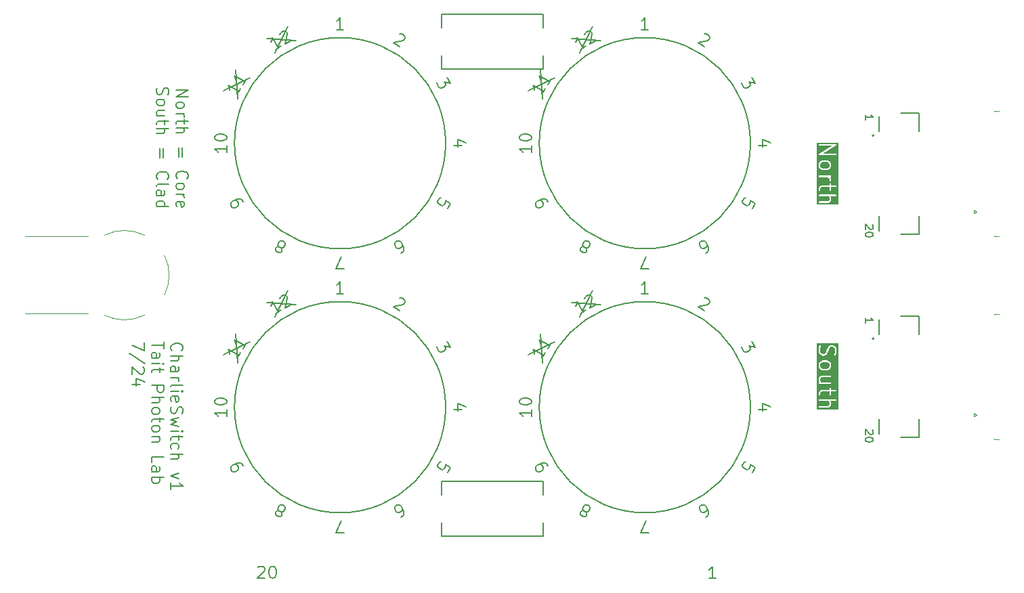
<source format=gbr>
G04 #@! TF.GenerationSoftware,KiCad,Pcbnew,8.0.7*
G04 #@! TF.CreationDate,2025-12-06T16:12:50-05:00*
G04 #@! TF.ProjectId,TPL-GridSwitch,54504c2d-4772-4696-9453-77697463682e,rev?*
G04 #@! TF.SameCoordinates,Original*
G04 #@! TF.FileFunction,Legend,Top*
G04 #@! TF.FilePolarity,Positive*
%FSLAX46Y46*%
G04 Gerber Fmt 4.6, Leading zero omitted, Abs format (unit mm)*
G04 Created by KiCad (PCBNEW 8.0.7) date 2025-12-06 16:12:50*
%MOMM*%
%LPD*%
G01*
G04 APERTURE LIST*
%ADD10C,0.150000*%
%ADD11C,0.200000*%
%ADD12C,0.152400*%
%ADD13C,0.120000*%
%ADD14C,0.127000*%
G04 APERTURE END LIST*
D10*
X-32121882Y25703823D02*
X-31886118Y22048177D01*
X12495823Y-1914118D02*
X10872177Y-5197882D01*
X-30362118Y24687823D02*
X-33645882Y23064177D01*
X5978118Y25703823D02*
X6213882Y22048177D01*
X-24588177Y-3673882D02*
X-28243823Y-3438118D01*
X13511823Y-3673882D02*
X9856177Y-3438118D01*
X5978118Y-7316177D02*
X6213882Y-10971823D01*
X-24588177Y29346118D02*
X-28243823Y29581882D01*
X7737882Y24687823D02*
X4454118Y23064177D01*
X7737882Y-8332177D02*
X4454118Y-9955823D01*
X13511823Y29346118D02*
X9856177Y29581882D01*
X-32121882Y-7316177D02*
X-31886118Y-10971823D01*
X-30362118Y-8332177D02*
X-33645882Y-9955823D01*
X12495823Y31105882D02*
X10872177Y27822118D01*
X-25604177Y31105882D02*
X-27227823Y27822118D01*
X-25604177Y-1914118D02*
X-27227823Y-5197882D01*
X47516942Y6314839D02*
X47564561Y6267220D01*
X47564561Y6267220D02*
X47612180Y6171982D01*
X47612180Y6171982D02*
X47612180Y5933887D01*
X47612180Y5933887D02*
X47564561Y5838649D01*
X47564561Y5838649D02*
X47516942Y5791030D01*
X47516942Y5791030D02*
X47421704Y5743411D01*
X47421704Y5743411D02*
X47326466Y5743411D01*
X47326466Y5743411D02*
X47183609Y5791030D01*
X47183609Y5791030D02*
X46612180Y6362458D01*
X46612180Y6362458D02*
X46612180Y5743411D01*
X47612180Y5124363D02*
X47612180Y5029125D01*
X47612180Y5029125D02*
X47564561Y4933887D01*
X47564561Y4933887D02*
X47516942Y4886268D01*
X47516942Y4886268D02*
X47421704Y4838649D01*
X47421704Y4838649D02*
X47231228Y4791030D01*
X47231228Y4791030D02*
X46993133Y4791030D01*
X46993133Y4791030D02*
X46802657Y4838649D01*
X46802657Y4838649D02*
X46707419Y4886268D01*
X46707419Y4886268D02*
X46659800Y4933887D01*
X46659800Y4933887D02*
X46612180Y5029125D01*
X46612180Y5029125D02*
X46612180Y5124363D01*
X46612180Y5124363D02*
X46659800Y5219601D01*
X46659800Y5219601D02*
X46707419Y5267220D01*
X46707419Y5267220D02*
X46802657Y5314839D01*
X46802657Y5314839D02*
X46993133Y5362458D01*
X46993133Y5362458D02*
X47231228Y5362458D01*
X47231228Y5362458D02*
X47421704Y5314839D01*
X47421704Y5314839D02*
X47516942Y5267220D01*
X47516942Y5267220D02*
X47564561Y5219601D01*
X47564561Y5219601D02*
X47612180Y5124363D01*
X-40047939Y-9440969D02*
X-40119368Y-9369541D01*
X-40119368Y-9369541D02*
X-40190796Y-9155255D01*
X-40190796Y-9155255D02*
X-40190796Y-9012398D01*
X-40190796Y-9012398D02*
X-40119368Y-8798112D01*
X-40119368Y-8798112D02*
X-39976510Y-8655255D01*
X-39976510Y-8655255D02*
X-39833653Y-8583826D01*
X-39833653Y-8583826D02*
X-39547939Y-8512398D01*
X-39547939Y-8512398D02*
X-39333653Y-8512398D01*
X-39333653Y-8512398D02*
X-39047939Y-8583826D01*
X-39047939Y-8583826D02*
X-38905082Y-8655255D01*
X-38905082Y-8655255D02*
X-38762225Y-8798112D01*
X-38762225Y-8798112D02*
X-38690796Y-9012398D01*
X-38690796Y-9012398D02*
X-38690796Y-9155255D01*
X-38690796Y-9155255D02*
X-38762225Y-9369541D01*
X-38762225Y-9369541D02*
X-38833653Y-9440969D01*
X-40190796Y-10083826D02*
X-38690796Y-10083826D01*
X-40190796Y-10726684D02*
X-39405082Y-10726684D01*
X-39405082Y-10726684D02*
X-39262225Y-10655255D01*
X-39262225Y-10655255D02*
X-39190796Y-10512398D01*
X-39190796Y-10512398D02*
X-39190796Y-10298112D01*
X-39190796Y-10298112D02*
X-39262225Y-10155255D01*
X-39262225Y-10155255D02*
X-39333653Y-10083826D01*
X-40190796Y-12083827D02*
X-39405082Y-12083827D01*
X-39405082Y-12083827D02*
X-39262225Y-12012398D01*
X-39262225Y-12012398D02*
X-39190796Y-11869541D01*
X-39190796Y-11869541D02*
X-39190796Y-11583827D01*
X-39190796Y-11583827D02*
X-39262225Y-11440969D01*
X-40119368Y-12083827D02*
X-40190796Y-11940969D01*
X-40190796Y-11940969D02*
X-40190796Y-11583827D01*
X-40190796Y-11583827D02*
X-40119368Y-11440969D01*
X-40119368Y-11440969D02*
X-39976510Y-11369541D01*
X-39976510Y-11369541D02*
X-39833653Y-11369541D01*
X-39833653Y-11369541D02*
X-39690796Y-11440969D01*
X-39690796Y-11440969D02*
X-39619368Y-11583827D01*
X-39619368Y-11583827D02*
X-39619368Y-11940969D01*
X-39619368Y-11940969D02*
X-39547939Y-12083827D01*
X-40190796Y-12798112D02*
X-39190796Y-12798112D01*
X-39476510Y-12798112D02*
X-39333653Y-12869541D01*
X-39333653Y-12869541D02*
X-39262225Y-12940970D01*
X-39262225Y-12940970D02*
X-39190796Y-13083827D01*
X-39190796Y-13083827D02*
X-39190796Y-13226684D01*
X-40190796Y-13940969D02*
X-40119368Y-13798112D01*
X-40119368Y-13798112D02*
X-39976510Y-13726683D01*
X-39976510Y-13726683D02*
X-38690796Y-13726683D01*
X-40190796Y-14512397D02*
X-39190796Y-14512397D01*
X-38690796Y-14512397D02*
X-38762225Y-14440969D01*
X-38762225Y-14440969D02*
X-38833653Y-14512397D01*
X-38833653Y-14512397D02*
X-38762225Y-14583826D01*
X-38762225Y-14583826D02*
X-38690796Y-14512397D01*
X-38690796Y-14512397D02*
X-38833653Y-14512397D01*
X-40119368Y-15798112D02*
X-40190796Y-15655255D01*
X-40190796Y-15655255D02*
X-40190796Y-15369541D01*
X-40190796Y-15369541D02*
X-40119368Y-15226683D01*
X-40119368Y-15226683D02*
X-39976510Y-15155255D01*
X-39976510Y-15155255D02*
X-39405082Y-15155255D01*
X-39405082Y-15155255D02*
X-39262225Y-15226683D01*
X-39262225Y-15226683D02*
X-39190796Y-15369541D01*
X-39190796Y-15369541D02*
X-39190796Y-15655255D01*
X-39190796Y-15655255D02*
X-39262225Y-15798112D01*
X-39262225Y-15798112D02*
X-39405082Y-15869541D01*
X-39405082Y-15869541D02*
X-39547939Y-15869541D01*
X-39547939Y-15869541D02*
X-39690796Y-15155255D01*
X-40119368Y-16440969D02*
X-40190796Y-16655255D01*
X-40190796Y-16655255D02*
X-40190796Y-17012397D01*
X-40190796Y-17012397D02*
X-40119368Y-17155255D01*
X-40119368Y-17155255D02*
X-40047939Y-17226683D01*
X-40047939Y-17226683D02*
X-39905082Y-17298112D01*
X-39905082Y-17298112D02*
X-39762225Y-17298112D01*
X-39762225Y-17298112D02*
X-39619368Y-17226683D01*
X-39619368Y-17226683D02*
X-39547939Y-17155255D01*
X-39547939Y-17155255D02*
X-39476510Y-17012397D01*
X-39476510Y-17012397D02*
X-39405082Y-16726683D01*
X-39405082Y-16726683D02*
X-39333653Y-16583826D01*
X-39333653Y-16583826D02*
X-39262225Y-16512397D01*
X-39262225Y-16512397D02*
X-39119368Y-16440969D01*
X-39119368Y-16440969D02*
X-38976510Y-16440969D01*
X-38976510Y-16440969D02*
X-38833653Y-16512397D01*
X-38833653Y-16512397D02*
X-38762225Y-16583826D01*
X-38762225Y-16583826D02*
X-38690796Y-16726683D01*
X-38690796Y-16726683D02*
X-38690796Y-17083826D01*
X-38690796Y-17083826D02*
X-38762225Y-17298112D01*
X-39190796Y-17798111D02*
X-40190796Y-18083826D01*
X-40190796Y-18083826D02*
X-39476510Y-18369540D01*
X-39476510Y-18369540D02*
X-40190796Y-18655254D01*
X-40190796Y-18655254D02*
X-39190796Y-18940968D01*
X-40190796Y-19512397D02*
X-39190796Y-19512397D01*
X-38690796Y-19512397D02*
X-38762225Y-19440969D01*
X-38762225Y-19440969D02*
X-38833653Y-19512397D01*
X-38833653Y-19512397D02*
X-38762225Y-19583826D01*
X-38762225Y-19583826D02*
X-38690796Y-19512397D01*
X-38690796Y-19512397D02*
X-38833653Y-19512397D01*
X-39190796Y-20012398D02*
X-39190796Y-20583826D01*
X-38690796Y-20226683D02*
X-39976510Y-20226683D01*
X-39976510Y-20226683D02*
X-40119368Y-20298112D01*
X-40119368Y-20298112D02*
X-40190796Y-20440969D01*
X-40190796Y-20440969D02*
X-40190796Y-20583826D01*
X-40119368Y-21726684D02*
X-40190796Y-21583826D01*
X-40190796Y-21583826D02*
X-40190796Y-21298112D01*
X-40190796Y-21298112D02*
X-40119368Y-21155255D01*
X-40119368Y-21155255D02*
X-40047939Y-21083826D01*
X-40047939Y-21083826D02*
X-39905082Y-21012398D01*
X-39905082Y-21012398D02*
X-39476510Y-21012398D01*
X-39476510Y-21012398D02*
X-39333653Y-21083826D01*
X-39333653Y-21083826D02*
X-39262225Y-21155255D01*
X-39262225Y-21155255D02*
X-39190796Y-21298112D01*
X-39190796Y-21298112D02*
X-39190796Y-21583826D01*
X-39190796Y-21583826D02*
X-39262225Y-21726684D01*
X-40190796Y-22369540D02*
X-38690796Y-22369540D01*
X-40190796Y-23012398D02*
X-39405082Y-23012398D01*
X-39405082Y-23012398D02*
X-39262225Y-22940969D01*
X-39262225Y-22940969D02*
X-39190796Y-22798112D01*
X-39190796Y-22798112D02*
X-39190796Y-22583826D01*
X-39190796Y-22583826D02*
X-39262225Y-22440969D01*
X-39262225Y-22440969D02*
X-39333653Y-22369540D01*
X-39190796Y-24726683D02*
X-40190796Y-25083826D01*
X-40190796Y-25083826D02*
X-39190796Y-25440969D01*
X-40190796Y-26798112D02*
X-40190796Y-25940969D01*
X-40190796Y-26369540D02*
X-38690796Y-26369540D01*
X-38690796Y-26369540D02*
X-38905082Y-26226683D01*
X-38905082Y-26226683D02*
X-39047939Y-26083826D01*
X-39047939Y-26083826D02*
X-39119368Y-25940969D01*
X-41105712Y-8369541D02*
X-41105712Y-9226684D01*
X-42605712Y-8798112D02*
X-41105712Y-8798112D01*
X-42605712Y-10369541D02*
X-41819998Y-10369541D01*
X-41819998Y-10369541D02*
X-41677141Y-10298112D01*
X-41677141Y-10298112D02*
X-41605712Y-10155255D01*
X-41605712Y-10155255D02*
X-41605712Y-9869541D01*
X-41605712Y-9869541D02*
X-41677141Y-9726683D01*
X-42534284Y-10369541D02*
X-42605712Y-10226683D01*
X-42605712Y-10226683D02*
X-42605712Y-9869541D01*
X-42605712Y-9869541D02*
X-42534284Y-9726683D01*
X-42534284Y-9726683D02*
X-42391426Y-9655255D01*
X-42391426Y-9655255D02*
X-42248569Y-9655255D01*
X-42248569Y-9655255D02*
X-42105712Y-9726683D01*
X-42105712Y-9726683D02*
X-42034284Y-9869541D01*
X-42034284Y-9869541D02*
X-42034284Y-10226683D01*
X-42034284Y-10226683D02*
X-41962855Y-10369541D01*
X-42605712Y-11083826D02*
X-41605712Y-11083826D01*
X-41105712Y-11083826D02*
X-41177141Y-11012398D01*
X-41177141Y-11012398D02*
X-41248569Y-11083826D01*
X-41248569Y-11083826D02*
X-41177141Y-11155255D01*
X-41177141Y-11155255D02*
X-41105712Y-11083826D01*
X-41105712Y-11083826D02*
X-41248569Y-11083826D01*
X-41605712Y-11583827D02*
X-41605712Y-12155255D01*
X-41105712Y-11798112D02*
X-42391426Y-11798112D01*
X-42391426Y-11798112D02*
X-42534284Y-11869541D01*
X-42534284Y-11869541D02*
X-42605712Y-12012398D01*
X-42605712Y-12012398D02*
X-42605712Y-12155255D01*
X-42605712Y-13798112D02*
X-41105712Y-13798112D01*
X-41105712Y-13798112D02*
X-41105712Y-14369541D01*
X-41105712Y-14369541D02*
X-41177141Y-14512398D01*
X-41177141Y-14512398D02*
X-41248569Y-14583827D01*
X-41248569Y-14583827D02*
X-41391426Y-14655255D01*
X-41391426Y-14655255D02*
X-41605712Y-14655255D01*
X-41605712Y-14655255D02*
X-41748569Y-14583827D01*
X-41748569Y-14583827D02*
X-41819998Y-14512398D01*
X-41819998Y-14512398D02*
X-41891426Y-14369541D01*
X-41891426Y-14369541D02*
X-41891426Y-13798112D01*
X-42605712Y-15298112D02*
X-41105712Y-15298112D01*
X-42605712Y-15940970D02*
X-41819998Y-15940970D01*
X-41819998Y-15940970D02*
X-41677141Y-15869541D01*
X-41677141Y-15869541D02*
X-41605712Y-15726684D01*
X-41605712Y-15726684D02*
X-41605712Y-15512398D01*
X-41605712Y-15512398D02*
X-41677141Y-15369541D01*
X-41677141Y-15369541D02*
X-41748569Y-15298112D01*
X-42605712Y-16869541D02*
X-42534284Y-16726684D01*
X-42534284Y-16726684D02*
X-42462855Y-16655255D01*
X-42462855Y-16655255D02*
X-42319998Y-16583827D01*
X-42319998Y-16583827D02*
X-41891426Y-16583827D01*
X-41891426Y-16583827D02*
X-41748569Y-16655255D01*
X-41748569Y-16655255D02*
X-41677141Y-16726684D01*
X-41677141Y-16726684D02*
X-41605712Y-16869541D01*
X-41605712Y-16869541D02*
X-41605712Y-17083827D01*
X-41605712Y-17083827D02*
X-41677141Y-17226684D01*
X-41677141Y-17226684D02*
X-41748569Y-17298113D01*
X-41748569Y-17298113D02*
X-41891426Y-17369541D01*
X-41891426Y-17369541D02*
X-42319998Y-17369541D01*
X-42319998Y-17369541D02*
X-42462855Y-17298113D01*
X-42462855Y-17298113D02*
X-42534284Y-17226684D01*
X-42534284Y-17226684D02*
X-42605712Y-17083827D01*
X-42605712Y-17083827D02*
X-42605712Y-16869541D01*
X-41605712Y-17798113D02*
X-41605712Y-18369541D01*
X-41105712Y-18012398D02*
X-42391426Y-18012398D01*
X-42391426Y-18012398D02*
X-42534284Y-18083827D01*
X-42534284Y-18083827D02*
X-42605712Y-18226684D01*
X-42605712Y-18226684D02*
X-42605712Y-18369541D01*
X-42605712Y-19083827D02*
X-42534284Y-18940970D01*
X-42534284Y-18940970D02*
X-42462855Y-18869541D01*
X-42462855Y-18869541D02*
X-42319998Y-18798113D01*
X-42319998Y-18798113D02*
X-41891426Y-18798113D01*
X-41891426Y-18798113D02*
X-41748569Y-18869541D01*
X-41748569Y-18869541D02*
X-41677141Y-18940970D01*
X-41677141Y-18940970D02*
X-41605712Y-19083827D01*
X-41605712Y-19083827D02*
X-41605712Y-19298113D01*
X-41605712Y-19298113D02*
X-41677141Y-19440970D01*
X-41677141Y-19440970D02*
X-41748569Y-19512399D01*
X-41748569Y-19512399D02*
X-41891426Y-19583827D01*
X-41891426Y-19583827D02*
X-42319998Y-19583827D01*
X-42319998Y-19583827D02*
X-42462855Y-19512399D01*
X-42462855Y-19512399D02*
X-42534284Y-19440970D01*
X-42534284Y-19440970D02*
X-42605712Y-19298113D01*
X-42605712Y-19298113D02*
X-42605712Y-19083827D01*
X-41605712Y-20226684D02*
X-42605712Y-20226684D01*
X-41748569Y-20226684D02*
X-41677141Y-20298113D01*
X-41677141Y-20298113D02*
X-41605712Y-20440970D01*
X-41605712Y-20440970D02*
X-41605712Y-20655256D01*
X-41605712Y-20655256D02*
X-41677141Y-20798113D01*
X-41677141Y-20798113D02*
X-41819998Y-20869542D01*
X-41819998Y-20869542D02*
X-42605712Y-20869542D01*
X-42605712Y-23440970D02*
X-42605712Y-22726684D01*
X-42605712Y-22726684D02*
X-41105712Y-22726684D01*
X-42605712Y-24583828D02*
X-41819998Y-24583828D01*
X-41819998Y-24583828D02*
X-41677141Y-24512399D01*
X-41677141Y-24512399D02*
X-41605712Y-24369542D01*
X-41605712Y-24369542D02*
X-41605712Y-24083828D01*
X-41605712Y-24083828D02*
X-41677141Y-23940970D01*
X-42534284Y-24583828D02*
X-42605712Y-24440970D01*
X-42605712Y-24440970D02*
X-42605712Y-24083828D01*
X-42605712Y-24083828D02*
X-42534284Y-23940970D01*
X-42534284Y-23940970D02*
X-42391426Y-23869542D01*
X-42391426Y-23869542D02*
X-42248569Y-23869542D01*
X-42248569Y-23869542D02*
X-42105712Y-23940970D01*
X-42105712Y-23940970D02*
X-42034284Y-24083828D01*
X-42034284Y-24083828D02*
X-42034284Y-24440970D01*
X-42034284Y-24440970D02*
X-41962855Y-24583828D01*
X-42605712Y-25298113D02*
X-41105712Y-25298113D01*
X-41677141Y-25298113D02*
X-41605712Y-25440971D01*
X-41605712Y-25440971D02*
X-41605712Y-25726685D01*
X-41605712Y-25726685D02*
X-41677141Y-25869542D01*
X-41677141Y-25869542D02*
X-41748569Y-25940971D01*
X-41748569Y-25940971D02*
X-41891426Y-26012399D01*
X-41891426Y-26012399D02*
X-42319998Y-26012399D01*
X-42319998Y-26012399D02*
X-42462855Y-25940971D01*
X-42462855Y-25940971D02*
X-42534284Y-25869542D01*
X-42534284Y-25869542D02*
X-42605712Y-25726685D01*
X-42605712Y-25726685D02*
X-42605712Y-25440971D01*
X-42605712Y-25440971D02*
X-42534284Y-25298113D01*
X-43520628Y-8440969D02*
X-43520628Y-9440969D01*
X-43520628Y-9440969D02*
X-45020628Y-8798112D01*
X-43449200Y-11083826D02*
X-45377771Y-9798112D01*
X-43663485Y-11512398D02*
X-43592057Y-11583826D01*
X-43592057Y-11583826D02*
X-43520628Y-11726684D01*
X-43520628Y-11726684D02*
X-43520628Y-12083826D01*
X-43520628Y-12083826D02*
X-43592057Y-12226684D01*
X-43592057Y-12226684D02*
X-43663485Y-12298112D01*
X-43663485Y-12298112D02*
X-43806342Y-12369541D01*
X-43806342Y-12369541D02*
X-43949200Y-12369541D01*
X-43949200Y-12369541D02*
X-44163485Y-12298112D01*
X-44163485Y-12298112D02*
X-45020628Y-11440969D01*
X-45020628Y-11440969D02*
X-45020628Y-12369541D01*
X-44020628Y-13655255D02*
X-45020628Y-13655255D01*
X-43449200Y-13298112D02*
X-44520628Y-12940969D01*
X-44520628Y-12940969D02*
X-44520628Y-13869540D01*
X47516942Y-19339160D02*
X47564561Y-19386779D01*
X47564561Y-19386779D02*
X47612180Y-19482017D01*
X47612180Y-19482017D02*
X47612180Y-19720112D01*
X47612180Y-19720112D02*
X47564561Y-19815350D01*
X47564561Y-19815350D02*
X47516942Y-19862969D01*
X47516942Y-19862969D02*
X47421704Y-19910588D01*
X47421704Y-19910588D02*
X47326466Y-19910588D01*
X47326466Y-19910588D02*
X47183609Y-19862969D01*
X47183609Y-19862969D02*
X46612180Y-19291541D01*
X46612180Y-19291541D02*
X46612180Y-19910588D01*
X47612180Y-20529636D02*
X47612180Y-20624874D01*
X47612180Y-20624874D02*
X47564561Y-20720112D01*
X47564561Y-20720112D02*
X47516942Y-20767731D01*
X47516942Y-20767731D02*
X47421704Y-20815350D01*
X47421704Y-20815350D02*
X47231228Y-20862969D01*
X47231228Y-20862969D02*
X46993133Y-20862969D01*
X46993133Y-20862969D02*
X46802657Y-20815350D01*
X46802657Y-20815350D02*
X46707419Y-20767731D01*
X46707419Y-20767731D02*
X46659800Y-20720112D01*
X46659800Y-20720112D02*
X46612180Y-20624874D01*
X46612180Y-20624874D02*
X46612180Y-20529636D01*
X46612180Y-20529636D02*
X46659800Y-20434398D01*
X46659800Y-20434398D02*
X46707419Y-20386779D01*
X46707419Y-20386779D02*
X46802657Y-20339160D01*
X46802657Y-20339160D02*
X46993133Y-20291541D01*
X46993133Y-20291541D02*
X47231228Y-20291541D01*
X47231228Y-20291541D02*
X47421704Y-20339160D01*
X47421704Y-20339160D02*
X47516942Y-20386779D01*
X47516942Y-20386779D02*
X47564561Y-20434398D01*
X47564561Y-20434398D02*
X47612180Y-20529636D01*
X46612180Y19459411D02*
X46612180Y20030839D01*
X46612180Y19745125D02*
X47612180Y19745125D01*
X47612180Y19745125D02*
X47469323Y19840363D01*
X47469323Y19840363D02*
X47374085Y19935601D01*
X47374085Y19935601D02*
X47326466Y20030839D01*
X-39557712Y23155255D02*
X-38057712Y23155255D01*
X-38057712Y23155255D02*
X-39557712Y22298112D01*
X-39557712Y22298112D02*
X-38057712Y22298112D01*
X-39557712Y21369540D02*
X-39486284Y21512397D01*
X-39486284Y21512397D02*
X-39414855Y21583826D01*
X-39414855Y21583826D02*
X-39271998Y21655254D01*
X-39271998Y21655254D02*
X-38843426Y21655254D01*
X-38843426Y21655254D02*
X-38700569Y21583826D01*
X-38700569Y21583826D02*
X-38629141Y21512397D01*
X-38629141Y21512397D02*
X-38557712Y21369540D01*
X-38557712Y21369540D02*
X-38557712Y21155254D01*
X-38557712Y21155254D02*
X-38629141Y21012397D01*
X-38629141Y21012397D02*
X-38700569Y20940969D01*
X-38700569Y20940969D02*
X-38843426Y20869540D01*
X-38843426Y20869540D02*
X-39271998Y20869540D01*
X-39271998Y20869540D02*
X-39414855Y20940969D01*
X-39414855Y20940969D02*
X-39486284Y21012397D01*
X-39486284Y21012397D02*
X-39557712Y21155254D01*
X-39557712Y21155254D02*
X-39557712Y21369540D01*
X-39557712Y20226683D02*
X-38557712Y20226683D01*
X-38843426Y20226683D02*
X-38700569Y20155254D01*
X-38700569Y20155254D02*
X-38629141Y20083826D01*
X-38629141Y20083826D02*
X-38557712Y19940968D01*
X-38557712Y19940968D02*
X-38557712Y19798111D01*
X-38557712Y19512397D02*
X-38557712Y18940969D01*
X-38057712Y19298112D02*
X-39343426Y19298112D01*
X-39343426Y19298112D02*
X-39486284Y19226683D01*
X-39486284Y19226683D02*
X-39557712Y19083826D01*
X-39557712Y19083826D02*
X-39557712Y18940969D01*
X-39557712Y18440969D02*
X-38057712Y18440969D01*
X-39557712Y17798112D02*
X-38771998Y17798112D01*
X-38771998Y17798112D02*
X-38629141Y17869540D01*
X-38629141Y17869540D02*
X-38557712Y18012397D01*
X-38557712Y18012397D02*
X-38557712Y18226683D01*
X-38557712Y18226683D02*
X-38629141Y18369540D01*
X-38629141Y18369540D02*
X-38700569Y18440969D01*
X-38771998Y15940969D02*
X-38771998Y14798112D01*
X-39200569Y14798112D02*
X-39200569Y15940969D01*
X-39414855Y12083826D02*
X-39486284Y12155254D01*
X-39486284Y12155254D02*
X-39557712Y12369540D01*
X-39557712Y12369540D02*
X-39557712Y12512397D01*
X-39557712Y12512397D02*
X-39486284Y12726683D01*
X-39486284Y12726683D02*
X-39343426Y12869540D01*
X-39343426Y12869540D02*
X-39200569Y12940969D01*
X-39200569Y12940969D02*
X-38914855Y13012397D01*
X-38914855Y13012397D02*
X-38700569Y13012397D01*
X-38700569Y13012397D02*
X-38414855Y12940969D01*
X-38414855Y12940969D02*
X-38271998Y12869540D01*
X-38271998Y12869540D02*
X-38129141Y12726683D01*
X-38129141Y12726683D02*
X-38057712Y12512397D01*
X-38057712Y12512397D02*
X-38057712Y12369540D01*
X-38057712Y12369540D02*
X-38129141Y12155254D01*
X-38129141Y12155254D02*
X-38200569Y12083826D01*
X-39557712Y11226683D02*
X-39486284Y11369540D01*
X-39486284Y11369540D02*
X-39414855Y11440969D01*
X-39414855Y11440969D02*
X-39271998Y11512397D01*
X-39271998Y11512397D02*
X-38843426Y11512397D01*
X-38843426Y11512397D02*
X-38700569Y11440969D01*
X-38700569Y11440969D02*
X-38629141Y11369540D01*
X-38629141Y11369540D02*
X-38557712Y11226683D01*
X-38557712Y11226683D02*
X-38557712Y11012397D01*
X-38557712Y11012397D02*
X-38629141Y10869540D01*
X-38629141Y10869540D02*
X-38700569Y10798112D01*
X-38700569Y10798112D02*
X-38843426Y10726683D01*
X-38843426Y10726683D02*
X-39271998Y10726683D01*
X-39271998Y10726683D02*
X-39414855Y10798112D01*
X-39414855Y10798112D02*
X-39486284Y10869540D01*
X-39486284Y10869540D02*
X-39557712Y11012397D01*
X-39557712Y11012397D02*
X-39557712Y11226683D01*
X-39557712Y10083826D02*
X-38557712Y10083826D01*
X-38843426Y10083826D02*
X-38700569Y10012397D01*
X-38700569Y10012397D02*
X-38629141Y9940969D01*
X-38629141Y9940969D02*
X-38557712Y9798111D01*
X-38557712Y9798111D02*
X-38557712Y9655254D01*
X-39486284Y8583826D02*
X-39557712Y8726683D01*
X-39557712Y8726683D02*
X-39557712Y9012398D01*
X-39557712Y9012398D02*
X-39486284Y9155255D01*
X-39486284Y9155255D02*
X-39343426Y9226683D01*
X-39343426Y9226683D02*
X-38771998Y9226683D01*
X-38771998Y9226683D02*
X-38629141Y9155255D01*
X-38629141Y9155255D02*
X-38557712Y9012398D01*
X-38557712Y9012398D02*
X-38557712Y8726683D01*
X-38557712Y8726683D02*
X-38629141Y8583826D01*
X-38629141Y8583826D02*
X-38771998Y8512398D01*
X-38771998Y8512398D02*
X-38914855Y8512398D01*
X-38914855Y8512398D02*
X-39057712Y9226683D01*
X-41901200Y23440969D02*
X-41972628Y23226684D01*
X-41972628Y23226684D02*
X-41972628Y22869541D01*
X-41972628Y22869541D02*
X-41901200Y22726684D01*
X-41901200Y22726684D02*
X-41829771Y22655255D01*
X-41829771Y22655255D02*
X-41686914Y22583826D01*
X-41686914Y22583826D02*
X-41544057Y22583826D01*
X-41544057Y22583826D02*
X-41401200Y22655255D01*
X-41401200Y22655255D02*
X-41329771Y22726684D01*
X-41329771Y22726684D02*
X-41258342Y22869541D01*
X-41258342Y22869541D02*
X-41186914Y23155255D01*
X-41186914Y23155255D02*
X-41115485Y23298112D01*
X-41115485Y23298112D02*
X-41044057Y23369541D01*
X-41044057Y23369541D02*
X-40901200Y23440969D01*
X-40901200Y23440969D02*
X-40758342Y23440969D01*
X-40758342Y23440969D02*
X-40615485Y23369541D01*
X-40615485Y23369541D02*
X-40544057Y23298112D01*
X-40544057Y23298112D02*
X-40472628Y23155255D01*
X-40472628Y23155255D02*
X-40472628Y22798112D01*
X-40472628Y22798112D02*
X-40544057Y22583826D01*
X-41972628Y21726684D02*
X-41901200Y21869541D01*
X-41901200Y21869541D02*
X-41829771Y21940970D01*
X-41829771Y21940970D02*
X-41686914Y22012398D01*
X-41686914Y22012398D02*
X-41258342Y22012398D01*
X-41258342Y22012398D02*
X-41115485Y21940970D01*
X-41115485Y21940970D02*
X-41044057Y21869541D01*
X-41044057Y21869541D02*
X-40972628Y21726684D01*
X-40972628Y21726684D02*
X-40972628Y21512398D01*
X-40972628Y21512398D02*
X-41044057Y21369541D01*
X-41044057Y21369541D02*
X-41115485Y21298113D01*
X-41115485Y21298113D02*
X-41258342Y21226684D01*
X-41258342Y21226684D02*
X-41686914Y21226684D01*
X-41686914Y21226684D02*
X-41829771Y21298113D01*
X-41829771Y21298113D02*
X-41901200Y21369541D01*
X-41901200Y21369541D02*
X-41972628Y21512398D01*
X-41972628Y21512398D02*
X-41972628Y21726684D01*
X-40972628Y19940970D02*
X-41972628Y19940970D01*
X-40972628Y20583827D02*
X-41758342Y20583827D01*
X-41758342Y20583827D02*
X-41901200Y20512398D01*
X-41901200Y20512398D02*
X-41972628Y20369541D01*
X-41972628Y20369541D02*
X-41972628Y20155255D01*
X-41972628Y20155255D02*
X-41901200Y20012398D01*
X-41901200Y20012398D02*
X-41829771Y19940970D01*
X-40972628Y19440969D02*
X-40972628Y18869541D01*
X-40472628Y19226684D02*
X-41758342Y19226684D01*
X-41758342Y19226684D02*
X-41901200Y19155255D01*
X-41901200Y19155255D02*
X-41972628Y19012398D01*
X-41972628Y19012398D02*
X-41972628Y18869541D01*
X-41972628Y18369541D02*
X-40472628Y18369541D01*
X-41972628Y17726684D02*
X-41186914Y17726684D01*
X-41186914Y17726684D02*
X-41044057Y17798112D01*
X-41044057Y17798112D02*
X-40972628Y17940969D01*
X-40972628Y17940969D02*
X-40972628Y18155255D01*
X-40972628Y18155255D02*
X-41044057Y18298112D01*
X-41044057Y18298112D02*
X-41115485Y18369541D01*
X-41186914Y15869541D02*
X-41186914Y14726684D01*
X-41615485Y14726684D02*
X-41615485Y15869541D01*
X-41829771Y12012398D02*
X-41901200Y12083826D01*
X-41901200Y12083826D02*
X-41972628Y12298112D01*
X-41972628Y12298112D02*
X-41972628Y12440969D01*
X-41972628Y12440969D02*
X-41901200Y12655255D01*
X-41901200Y12655255D02*
X-41758342Y12798112D01*
X-41758342Y12798112D02*
X-41615485Y12869541D01*
X-41615485Y12869541D02*
X-41329771Y12940969D01*
X-41329771Y12940969D02*
X-41115485Y12940969D01*
X-41115485Y12940969D02*
X-40829771Y12869541D01*
X-40829771Y12869541D02*
X-40686914Y12798112D01*
X-40686914Y12798112D02*
X-40544057Y12655255D01*
X-40544057Y12655255D02*
X-40472628Y12440969D01*
X-40472628Y12440969D02*
X-40472628Y12298112D01*
X-40472628Y12298112D02*
X-40544057Y12083826D01*
X-40544057Y12083826D02*
X-40615485Y12012398D01*
X-41972628Y11155255D02*
X-41901200Y11298112D01*
X-41901200Y11298112D02*
X-41758342Y11369541D01*
X-41758342Y11369541D02*
X-40472628Y11369541D01*
X-41972628Y9940970D02*
X-41186914Y9940970D01*
X-41186914Y9940970D02*
X-41044057Y10012398D01*
X-41044057Y10012398D02*
X-40972628Y10155255D01*
X-40972628Y10155255D02*
X-40972628Y10440970D01*
X-40972628Y10440970D02*
X-41044057Y10583827D01*
X-41901200Y9940970D02*
X-41972628Y10083827D01*
X-41972628Y10083827D02*
X-41972628Y10440970D01*
X-41972628Y10440970D02*
X-41901200Y10583827D01*
X-41901200Y10583827D02*
X-41758342Y10655255D01*
X-41758342Y10655255D02*
X-41615485Y10655255D01*
X-41615485Y10655255D02*
X-41472628Y10583827D01*
X-41472628Y10583827D02*
X-41401200Y10440970D01*
X-41401200Y10440970D02*
X-41401200Y10083827D01*
X-41401200Y10083827D02*
X-41329771Y9940970D01*
X-41972628Y8583827D02*
X-40472628Y8583827D01*
X-41901200Y8583827D02*
X-41972628Y8726684D01*
X-41972628Y8726684D02*
X-41972628Y9012398D01*
X-41972628Y9012398D02*
X-41901200Y9155255D01*
X-41901200Y9155255D02*
X-41829771Y9226684D01*
X-41829771Y9226684D02*
X-41686914Y9298112D01*
X-41686914Y9298112D02*
X-41258342Y9298112D01*
X-41258342Y9298112D02*
X-41115485Y9226684D01*
X-41115485Y9226684D02*
X-41044057Y9155255D01*
X-41044057Y9155255D02*
X-40972628Y9012398D01*
X-40972628Y9012398D02*
X-40972628Y8726684D01*
X-40972628Y8726684D02*
X-41044057Y8583827D01*
X-29340111Y-36551485D02*
X-29268683Y-36480057D01*
X-29268683Y-36480057D02*
X-29125826Y-36408628D01*
X-29125826Y-36408628D02*
X-28768683Y-36408628D01*
X-28768683Y-36408628D02*
X-28625826Y-36480057D01*
X-28625826Y-36480057D02*
X-28554397Y-36551485D01*
X-28554397Y-36551485D02*
X-28482968Y-36694342D01*
X-28482968Y-36694342D02*
X-28482968Y-36837200D01*
X-28482968Y-36837200D02*
X-28554397Y-37051485D01*
X-28554397Y-37051485D02*
X-29411540Y-37908628D01*
X-29411540Y-37908628D02*
X-28482968Y-37908628D01*
X-27554397Y-36408628D02*
X-27411540Y-36408628D01*
X-27411540Y-36408628D02*
X-27268683Y-36480057D01*
X-27268683Y-36480057D02*
X-27197255Y-36551485D01*
X-27197255Y-36551485D02*
X-27125826Y-36694342D01*
X-27125826Y-36694342D02*
X-27054397Y-36980057D01*
X-27054397Y-36980057D02*
X-27054397Y-37337200D01*
X-27054397Y-37337200D02*
X-27125826Y-37622914D01*
X-27125826Y-37622914D02*
X-27197255Y-37765771D01*
X-27197255Y-37765771D02*
X-27268683Y-37837200D01*
X-27268683Y-37837200D02*
X-27411540Y-37908628D01*
X-27411540Y-37908628D02*
X-27554397Y-37908628D01*
X-27554397Y-37908628D02*
X-27697255Y-37837200D01*
X-27697255Y-37837200D02*
X-27768683Y-37765771D01*
X-27768683Y-37765771D02*
X-27840112Y-37622914D01*
X-27840112Y-37622914D02*
X-27911540Y-37337200D01*
X-27911540Y-37337200D02*
X-27911540Y-36980057D01*
X-27911540Y-36980057D02*
X-27840112Y-36694342D01*
X-27840112Y-36694342D02*
X-27768683Y-36551485D01*
X-27768683Y-36551485D02*
X-27697255Y-36480057D01*
X-27697255Y-36480057D02*
X-27554397Y-36408628D01*
X27911541Y-37908628D02*
X27054398Y-37908628D01*
X27482969Y-37908628D02*
X27482969Y-36408628D01*
X27482969Y-36408628D02*
X27340112Y-36622914D01*
X27340112Y-36622914D02*
X27197255Y-36765771D01*
X27197255Y-36765771D02*
X27054398Y-36837200D01*
D11*
G36*
X41978782Y14094004D02*
G01*
X42051071Y14021715D01*
X42128495Y13866868D01*
X42128495Y13628368D01*
X42051071Y13473521D01*
X41978782Y13401232D01*
X41823935Y13323809D01*
X41299722Y13323809D01*
X41144874Y13401232D01*
X41072584Y13473523D01*
X40995161Y13628369D01*
X40995161Y13866868D01*
X41072584Y14021714D01*
X41144874Y14094004D01*
X41299722Y14171428D01*
X41823935Y14171428D01*
X41978782Y14094004D01*
G37*
G36*
X43217139Y8806349D02*
G01*
X40572939Y8806349D01*
X40572939Y10005223D01*
X40797082Y10005223D01*
X40797082Y9966205D01*
X40812014Y9930157D01*
X40839604Y9902567D01*
X40875652Y9887635D01*
X40895161Y9885714D01*
X41996597Y9885714D01*
X42051071Y9831239D01*
X42128495Y9676392D01*
X42128495Y9437892D01*
X42058721Y9298344D01*
X41919173Y9228571D01*
X40895161Y9228571D01*
X40875652Y9226650D01*
X40839604Y9211718D01*
X40812014Y9184128D01*
X40797082Y9148080D01*
X40797082Y9109062D01*
X40812014Y9073014D01*
X40839604Y9045424D01*
X40875652Y9030492D01*
X40895161Y9028571D01*
X41942780Y9028571D01*
X41962289Y9030492D01*
X41965609Y9031867D01*
X41969193Y9032122D01*
X41987501Y9039128D01*
X42177979Y9134366D01*
X42181243Y9136420D01*
X42182780Y9136933D01*
X42184694Y9138592D01*
X42194569Y9144809D01*
X42202784Y9154281D01*
X42212257Y9162497D01*
X42218471Y9172370D01*
X42220133Y9174286D01*
X42220645Y9175824D01*
X42222700Y9179088D01*
X42317938Y9369564D01*
X42324944Y9387872D01*
X42325198Y9391455D01*
X42326574Y9394776D01*
X42328495Y9414285D01*
X42328495Y9700000D01*
X42326574Y9719509D01*
X42325198Y9722829D01*
X42324944Y9726413D01*
X42317938Y9744721D01*
X42247442Y9885714D01*
X42895161Y9885714D01*
X42914670Y9887635D01*
X42950718Y9902567D01*
X42978308Y9930157D01*
X42993240Y9966205D01*
X42993240Y10005223D01*
X42978308Y10041271D01*
X42950718Y10068861D01*
X42914670Y10083793D01*
X42895161Y10085714D01*
X40895161Y10085714D01*
X40875652Y10083793D01*
X40839604Y10068861D01*
X40812014Y10041271D01*
X40797082Y10005223D01*
X40572939Y10005223D01*
X40572939Y10842857D01*
X40795161Y10842857D01*
X40795161Y10652381D01*
X40797082Y10632872D01*
X40812014Y10596824D01*
X40839604Y10569234D01*
X40875652Y10554302D01*
X40914670Y10554302D01*
X40950718Y10569234D01*
X40978308Y10596824D01*
X40993240Y10632872D01*
X40995161Y10652381D01*
X40995161Y10819249D01*
X41064934Y10958796D01*
X41204484Y11028571D01*
X42128495Y11028571D01*
X42128495Y10652381D01*
X42130416Y10632872D01*
X42145348Y10596824D01*
X42172938Y10569234D01*
X42208986Y10554302D01*
X42248004Y10554302D01*
X42284052Y10569234D01*
X42311642Y10596824D01*
X42326574Y10632872D01*
X42328495Y10652381D01*
X42328495Y11028571D01*
X42895161Y11028571D01*
X42914670Y11030492D01*
X42950718Y11045424D01*
X42978308Y11073014D01*
X42993240Y11109062D01*
X42993240Y11148080D01*
X42978308Y11184128D01*
X42950718Y11211718D01*
X42914670Y11226650D01*
X42895161Y11228571D01*
X42328495Y11228571D01*
X42328495Y11414285D01*
X42326574Y11433794D01*
X42311642Y11469842D01*
X42284052Y11497432D01*
X42248004Y11512364D01*
X42208986Y11512364D01*
X42172938Y11497432D01*
X42145348Y11469842D01*
X42130416Y11433794D01*
X42128495Y11414285D01*
X42128495Y11228571D01*
X41180876Y11228571D01*
X41161367Y11226650D01*
X41158046Y11225274D01*
X41154463Y11225020D01*
X41136155Y11218014D01*
X40945679Y11122776D01*
X40942415Y11120721D01*
X40940877Y11120209D01*
X40938961Y11118547D01*
X40929088Y11112333D01*
X40920872Y11102860D01*
X40911400Y11094645D01*
X40905183Y11084770D01*
X40903524Y11082856D01*
X40903011Y11081319D01*
X40900957Y11078055D01*
X40805718Y10887579D01*
X40798712Y10869270D01*
X40798457Y10865686D01*
X40797082Y10862366D01*
X40795161Y10842857D01*
X40572939Y10842857D01*
X40572939Y12386175D01*
X40797082Y12386175D01*
X40797082Y12347157D01*
X40812014Y12311109D01*
X40839604Y12283519D01*
X40875652Y12268587D01*
X40895161Y12266666D01*
X41823935Y12266666D01*
X41978782Y12189242D01*
X42051071Y12116953D01*
X42128495Y11962106D01*
X42128495Y11795237D01*
X42130416Y11775728D01*
X42145348Y11739680D01*
X42172938Y11712090D01*
X42208986Y11697158D01*
X42248004Y11697158D01*
X42284052Y11712090D01*
X42311642Y11739680D01*
X42326574Y11775728D01*
X42328495Y11795237D01*
X42328495Y11985714D01*
X42326574Y12005223D01*
X42325198Y12008543D01*
X42324944Y12012127D01*
X42317938Y12030435D01*
X42222700Y12220911D01*
X42217413Y12229309D01*
X42216404Y12231747D01*
X42214152Y12234490D01*
X42212257Y12237502D01*
X42210259Y12239234D01*
X42203968Y12246901D01*
X42184203Y12266666D01*
X42228495Y12266666D01*
X42248004Y12268587D01*
X42284052Y12283519D01*
X42311642Y12311109D01*
X42326574Y12347157D01*
X42326574Y12386175D01*
X42311642Y12422223D01*
X42284052Y12449813D01*
X42248004Y12464745D01*
X42228495Y12466666D01*
X40895161Y12466666D01*
X40875652Y12464745D01*
X40839604Y12449813D01*
X40812014Y12422223D01*
X40797082Y12386175D01*
X40572939Y12386175D01*
X40572939Y13890476D01*
X40795161Y13890476D01*
X40795161Y13604761D01*
X40797082Y13585252D01*
X40798457Y13581931D01*
X40798712Y13578348D01*
X40805718Y13560039D01*
X40900957Y13369563D01*
X40906243Y13361164D01*
X40907253Y13358728D01*
X40909504Y13355984D01*
X40911400Y13352973D01*
X40913397Y13351240D01*
X40919689Y13343574D01*
X41014927Y13248336D01*
X41022593Y13242044D01*
X41024326Y13240047D01*
X41027337Y13238151D01*
X41030081Y13235900D01*
X41032518Y13234890D01*
X41040917Y13229604D01*
X41231393Y13134366D01*
X41249701Y13127360D01*
X41253284Y13127105D01*
X41256605Y13125730D01*
X41276114Y13123809D01*
X41847542Y13123809D01*
X41867051Y13125730D01*
X41870371Y13127105D01*
X41873955Y13127360D01*
X41892263Y13134366D01*
X42082741Y13229604D01*
X42091139Y13234890D01*
X42093576Y13235900D01*
X42096319Y13238151D01*
X42099331Y13240047D01*
X42101063Y13242044D01*
X42108730Y13248336D01*
X42203968Y13343574D01*
X42210259Y13351240D01*
X42212257Y13352973D01*
X42214152Y13355984D01*
X42216404Y13358728D01*
X42217413Y13361165D01*
X42222700Y13369564D01*
X42317938Y13560040D01*
X42324944Y13578348D01*
X42325198Y13581931D01*
X42326574Y13585252D01*
X42328495Y13604761D01*
X42328495Y13890476D01*
X42326574Y13909985D01*
X42325198Y13913305D01*
X42324944Y13916889D01*
X42317938Y13935197D01*
X42222700Y14125673D01*
X42217413Y14134071D01*
X42216404Y14136509D01*
X42214152Y14139252D01*
X42212257Y14142264D01*
X42210259Y14143996D01*
X42203968Y14151663D01*
X42108730Y14246901D01*
X42101063Y14253192D01*
X42099331Y14255190D01*
X42096319Y14257085D01*
X42093576Y14259337D01*
X42091139Y14260346D01*
X42082741Y14265633D01*
X41892263Y14360871D01*
X41873955Y14367877D01*
X41870371Y14368131D01*
X41867051Y14369507D01*
X41847542Y14371428D01*
X41276114Y14371428D01*
X41256605Y14369507D01*
X41253284Y14368131D01*
X41249701Y14367877D01*
X41231393Y14360871D01*
X41040917Y14265633D01*
X41032518Y14260346D01*
X41030081Y14259337D01*
X41027337Y14257085D01*
X41024326Y14255190D01*
X41022593Y14253192D01*
X41014927Y14246901D01*
X40919689Y14151663D01*
X40913397Y14143996D01*
X40911400Y14142264D01*
X40909504Y14139252D01*
X40907253Y14136509D01*
X40906243Y14134072D01*
X40900957Y14125674D01*
X40805718Y13935198D01*
X40798712Y13916889D01*
X40798457Y13913305D01*
X40797082Y13909985D01*
X40795161Y13890476D01*
X40572939Y13890476D01*
X40572939Y15135556D01*
X40795405Y15135556D01*
X40797082Y15122362D01*
X40797082Y15109062D01*
X40799521Y15103173D01*
X40800325Y15096849D01*
X40806925Y15085299D01*
X40812014Y15073014D01*
X40816521Y15068506D01*
X40819684Y15062972D01*
X40830198Y15054829D01*
X40839604Y15045424D01*
X40845494Y15042984D01*
X40850533Y15039082D01*
X40863361Y15035583D01*
X40875652Y15030492D01*
X40885629Y15029509D01*
X40888176Y15028815D01*
X40890143Y15029065D01*
X40895161Y15028571D01*
X42895161Y15028571D01*
X42914670Y15030492D01*
X42950718Y15045424D01*
X42978308Y15073014D01*
X42993240Y15109062D01*
X42993240Y15148080D01*
X42978308Y15184128D01*
X42950718Y15211718D01*
X42914670Y15226650D01*
X42895161Y15228571D01*
X41271717Y15228571D01*
X42944775Y16184604D01*
X42948885Y16187522D01*
X42950718Y16188281D01*
X42952584Y16190147D01*
X42960760Y16195951D01*
X42968902Y16206465D01*
X42978308Y16215871D01*
X42980747Y16221761D01*
X42984650Y16226800D01*
X42988148Y16239628D01*
X42993240Y16251919D01*
X42993240Y16258294D01*
X42994917Y16264443D01*
X42993240Y16277633D01*
X42993240Y16290937D01*
X42990799Y16296828D01*
X42989996Y16303150D01*
X42983398Y16314695D01*
X42978308Y16326985D01*
X42973800Y16331492D01*
X42970638Y16337027D01*
X42960123Y16345169D01*
X42950718Y16354575D01*
X42944827Y16357014D01*
X42939789Y16360917D01*
X42926961Y16364415D01*
X42914670Y16369507D01*
X42904690Y16370489D01*
X42902145Y16371184D01*
X42900178Y16370933D01*
X42895161Y16371428D01*
X40895161Y16371428D01*
X40875652Y16369507D01*
X40839604Y16354575D01*
X40812014Y16326985D01*
X40797082Y16290937D01*
X40797082Y16251919D01*
X40812014Y16215871D01*
X40839604Y16188281D01*
X40875652Y16173349D01*
X40895161Y16171428D01*
X42518605Y16171428D01*
X40845547Y15215395D01*
X40841436Y15212476D01*
X40839604Y15211718D01*
X40837737Y15209851D01*
X40829562Y15204048D01*
X40821419Y15193533D01*
X40812014Y15184128D01*
X40809574Y15178237D01*
X40805672Y15173199D01*
X40802173Y15160370D01*
X40797082Y15148080D01*
X40797082Y15141704D01*
X40795405Y15135556D01*
X40572939Y15135556D01*
X40572939Y16593650D01*
X43217139Y16593650D01*
X43217139Y8806349D01*
G37*
G36*
X41978782Y-10925042D02*
G01*
X42051071Y-10997331D01*
X42128495Y-11152178D01*
X42128495Y-11390678D01*
X42051071Y-11545525D01*
X41978782Y-11617814D01*
X41823935Y-11695238D01*
X41299722Y-11695238D01*
X41144874Y-11617814D01*
X41072584Y-11545524D01*
X40995161Y-11390678D01*
X40995161Y-11152179D01*
X41072584Y-10997333D01*
X41144874Y-10925042D01*
X41299722Y-10847619D01*
X41823935Y-10847619D01*
X41978782Y-10925042D01*
G37*
G36*
X43217383Y-16784127D02*
G01*
X40572939Y-16784127D01*
X40572939Y-15585253D01*
X40797082Y-15585253D01*
X40797082Y-15624271D01*
X40812014Y-15660319D01*
X40839604Y-15687909D01*
X40875652Y-15702841D01*
X40895161Y-15704762D01*
X41996597Y-15704762D01*
X42051071Y-15759236D01*
X42128495Y-15914083D01*
X42128495Y-16152583D01*
X42058721Y-16292131D01*
X41919173Y-16361905D01*
X40895161Y-16361905D01*
X40875652Y-16363826D01*
X40839604Y-16378758D01*
X40812014Y-16406348D01*
X40797082Y-16442396D01*
X40797082Y-16481414D01*
X40812014Y-16517462D01*
X40839604Y-16545052D01*
X40875652Y-16559984D01*
X40895161Y-16561905D01*
X41942780Y-16561905D01*
X41962289Y-16559984D01*
X41965609Y-16558608D01*
X41969193Y-16558354D01*
X41987501Y-16551348D01*
X42177979Y-16456110D01*
X42181243Y-16454055D01*
X42182780Y-16453543D01*
X42184694Y-16451883D01*
X42194569Y-16445667D01*
X42202784Y-16436194D01*
X42212257Y-16427979D01*
X42218471Y-16418105D01*
X42220133Y-16416190D01*
X42220645Y-16414651D01*
X42222700Y-16411388D01*
X42317938Y-16220912D01*
X42324944Y-16202604D01*
X42325198Y-16199020D01*
X42326574Y-16195700D01*
X42328495Y-16176191D01*
X42328495Y-15890476D01*
X42326574Y-15870967D01*
X42325198Y-15867646D01*
X42324944Y-15864063D01*
X42317938Y-15845755D01*
X42247442Y-15704762D01*
X42895161Y-15704762D01*
X42914670Y-15702841D01*
X42950718Y-15687909D01*
X42978308Y-15660319D01*
X42993240Y-15624271D01*
X42993240Y-15585253D01*
X42978308Y-15549205D01*
X42950718Y-15521615D01*
X42914670Y-15506683D01*
X42895161Y-15504762D01*
X40895161Y-15504762D01*
X40875652Y-15506683D01*
X40839604Y-15521615D01*
X40812014Y-15549205D01*
X40797082Y-15585253D01*
X40572939Y-15585253D01*
X40572939Y-14747619D01*
X40795161Y-14747619D01*
X40795161Y-14938095D01*
X40797082Y-14957604D01*
X40812014Y-14993652D01*
X40839604Y-15021242D01*
X40875652Y-15036174D01*
X40914670Y-15036174D01*
X40950718Y-15021242D01*
X40978308Y-14993652D01*
X40993240Y-14957604D01*
X40995161Y-14938095D01*
X40995161Y-14771227D01*
X41064934Y-14631679D01*
X41204484Y-14561905D01*
X42128495Y-14561905D01*
X42128495Y-14938095D01*
X42130416Y-14957604D01*
X42145348Y-14993652D01*
X42172938Y-15021242D01*
X42208986Y-15036174D01*
X42248004Y-15036174D01*
X42284052Y-15021242D01*
X42311642Y-14993652D01*
X42326574Y-14957604D01*
X42328495Y-14938095D01*
X42328495Y-14561905D01*
X42895161Y-14561905D01*
X42914670Y-14559984D01*
X42950718Y-14545052D01*
X42978308Y-14517462D01*
X42993240Y-14481414D01*
X42993240Y-14442396D01*
X42978308Y-14406348D01*
X42950718Y-14378758D01*
X42914670Y-14363826D01*
X42895161Y-14361905D01*
X42328495Y-14361905D01*
X42328495Y-14176191D01*
X42326574Y-14156682D01*
X42311642Y-14120634D01*
X42284052Y-14093044D01*
X42248004Y-14078112D01*
X42208986Y-14078112D01*
X42172938Y-14093044D01*
X42145348Y-14120634D01*
X42130416Y-14156682D01*
X42128495Y-14176191D01*
X42128495Y-14361905D01*
X41180876Y-14361905D01*
X41161367Y-14363826D01*
X41158046Y-14365201D01*
X41154463Y-14365456D01*
X41136155Y-14372462D01*
X40945679Y-14467700D01*
X40942415Y-14469754D01*
X40940877Y-14470267D01*
X40938961Y-14471928D01*
X40929088Y-14478143D01*
X40920872Y-14487615D01*
X40911400Y-14495831D01*
X40905183Y-14505705D01*
X40903524Y-14507620D01*
X40903011Y-14509156D01*
X40900957Y-14512421D01*
X40805718Y-14702897D01*
X40798712Y-14721206D01*
X40798457Y-14724789D01*
X40797082Y-14728110D01*
X40795161Y-14747619D01*
X40572939Y-14747619D01*
X40572939Y-12938095D01*
X40795161Y-12938095D01*
X40795161Y-13223810D01*
X40797082Y-13243319D01*
X40798457Y-13246639D01*
X40798712Y-13250223D01*
X40805718Y-13268532D01*
X40877103Y-13411302D01*
X40875652Y-13411445D01*
X40839604Y-13426377D01*
X40812014Y-13453967D01*
X40797082Y-13490015D01*
X40797082Y-13529033D01*
X40812014Y-13565081D01*
X40839604Y-13592671D01*
X40875652Y-13607603D01*
X40895161Y-13609524D01*
X42228495Y-13609524D01*
X42248004Y-13607603D01*
X42284052Y-13592671D01*
X42311642Y-13565081D01*
X42326574Y-13529033D01*
X42326574Y-13490015D01*
X42311642Y-13453967D01*
X42284052Y-13426377D01*
X42248004Y-13411445D01*
X42228495Y-13409524D01*
X41127060Y-13409524D01*
X41072584Y-13355048D01*
X40995161Y-13200202D01*
X40995161Y-12961703D01*
X41064934Y-12822155D01*
X41204484Y-12752381D01*
X42228495Y-12752381D01*
X42248004Y-12750460D01*
X42284052Y-12735528D01*
X42311642Y-12707938D01*
X42326574Y-12671890D01*
X42326574Y-12632872D01*
X42311642Y-12596824D01*
X42284052Y-12569234D01*
X42248004Y-12554302D01*
X42228495Y-12552381D01*
X41180876Y-12552381D01*
X41161367Y-12554302D01*
X41158046Y-12555677D01*
X41154463Y-12555932D01*
X41136155Y-12562938D01*
X40945679Y-12658176D01*
X40942415Y-12660230D01*
X40940877Y-12660743D01*
X40938961Y-12662404D01*
X40929088Y-12668619D01*
X40920872Y-12678091D01*
X40911400Y-12686307D01*
X40905183Y-12696181D01*
X40903524Y-12698096D01*
X40903011Y-12699632D01*
X40900957Y-12702897D01*
X40805718Y-12893373D01*
X40798712Y-12911682D01*
X40798457Y-12915265D01*
X40797082Y-12918586D01*
X40795161Y-12938095D01*
X40572939Y-12938095D01*
X40572939Y-11128571D01*
X40795161Y-11128571D01*
X40795161Y-11414286D01*
X40797082Y-11433795D01*
X40798457Y-11437115D01*
X40798712Y-11440699D01*
X40805718Y-11459008D01*
X40900957Y-11649484D01*
X40906243Y-11657882D01*
X40907253Y-11660319D01*
X40909504Y-11663062D01*
X40911400Y-11666074D01*
X40913397Y-11667806D01*
X40919689Y-11675473D01*
X41014927Y-11770711D01*
X41022593Y-11777002D01*
X41024326Y-11779000D01*
X41027337Y-11780895D01*
X41030081Y-11783147D01*
X41032518Y-11784156D01*
X41040917Y-11789443D01*
X41231393Y-11884681D01*
X41249701Y-11891687D01*
X41253284Y-11891941D01*
X41256605Y-11893317D01*
X41276114Y-11895238D01*
X41847542Y-11895238D01*
X41867051Y-11893317D01*
X41870371Y-11891941D01*
X41873955Y-11891687D01*
X41892263Y-11884681D01*
X42082741Y-11789443D01*
X42091139Y-11784156D01*
X42093576Y-11783147D01*
X42096319Y-11780895D01*
X42099331Y-11779000D01*
X42101063Y-11777002D01*
X42108730Y-11770711D01*
X42203968Y-11675473D01*
X42210259Y-11667806D01*
X42212257Y-11666074D01*
X42214152Y-11663062D01*
X42216404Y-11660319D01*
X42217413Y-11657881D01*
X42222700Y-11649483D01*
X42317938Y-11459007D01*
X42324944Y-11440699D01*
X42325198Y-11437115D01*
X42326574Y-11433795D01*
X42328495Y-11414286D01*
X42328495Y-11128571D01*
X42326574Y-11109062D01*
X42325198Y-11105741D01*
X42324944Y-11102158D01*
X42317938Y-11083850D01*
X42222700Y-10893374D01*
X42217413Y-10884975D01*
X42216404Y-10882538D01*
X42214152Y-10879794D01*
X42212257Y-10876783D01*
X42210259Y-10875050D01*
X42203968Y-10867384D01*
X42108730Y-10772146D01*
X42101063Y-10765854D01*
X42099331Y-10763857D01*
X42096319Y-10761961D01*
X42093576Y-10759710D01*
X42091139Y-10758700D01*
X42082741Y-10753414D01*
X41892263Y-10658176D01*
X41873955Y-10651170D01*
X41870371Y-10650915D01*
X41867051Y-10649540D01*
X41847542Y-10647619D01*
X41276114Y-10647619D01*
X41256605Y-10649540D01*
X41253284Y-10650915D01*
X41249701Y-10651170D01*
X41231393Y-10658176D01*
X41040917Y-10753414D01*
X41032518Y-10758700D01*
X41030081Y-10759710D01*
X41027337Y-10761961D01*
X41024326Y-10763857D01*
X41022593Y-10765854D01*
X41014927Y-10772146D01*
X40919689Y-10867384D01*
X40913397Y-10875050D01*
X40911400Y-10876783D01*
X40909504Y-10879794D01*
X40907253Y-10882538D01*
X40906243Y-10884974D01*
X40900957Y-10893373D01*
X40805718Y-11083849D01*
X40798712Y-11102158D01*
X40798457Y-11105741D01*
X40797082Y-11109062D01*
X40795161Y-11128571D01*
X40572939Y-11128571D01*
X40572939Y-9128571D01*
X40795161Y-9128571D01*
X40795161Y-9604762D01*
X40797082Y-9624271D01*
X40798457Y-9627591D01*
X40798712Y-9631175D01*
X40805718Y-9649484D01*
X40900957Y-9839960D01*
X40906243Y-9848358D01*
X40907253Y-9850795D01*
X40909504Y-9853538D01*
X40911400Y-9856550D01*
X40913397Y-9858282D01*
X40919689Y-9865949D01*
X41014927Y-9961187D01*
X41022593Y-9967478D01*
X41024326Y-9969476D01*
X41027337Y-9971371D01*
X41030081Y-9973623D01*
X41032518Y-9974632D01*
X41040917Y-9979919D01*
X41231393Y-10075157D01*
X41249701Y-10082163D01*
X41253284Y-10082417D01*
X41256605Y-10083793D01*
X41276114Y-10085714D01*
X41466590Y-10085714D01*
X41486099Y-10083793D01*
X41489419Y-10082417D01*
X41493003Y-10082163D01*
X41511311Y-10075157D01*
X41701788Y-9979919D01*
X41710186Y-9974632D01*
X41712623Y-9973623D01*
X41715366Y-9971371D01*
X41718378Y-9969476D01*
X41720110Y-9967478D01*
X41727777Y-9961187D01*
X41823015Y-9865949D01*
X41829306Y-9858282D01*
X41831304Y-9856550D01*
X41833199Y-9853538D01*
X41835451Y-9850795D01*
X41836460Y-9848357D01*
X41841747Y-9839959D01*
X41936985Y-9649483D01*
X41937530Y-9648056D01*
X41937961Y-9647476D01*
X41940884Y-9639293D01*
X41943991Y-9631175D01*
X41944042Y-9630454D01*
X41944556Y-9629016D01*
X42037131Y-9258714D01*
X42120203Y-9092571D01*
X42192493Y-9020280D01*
X42347341Y-8942857D01*
X42490602Y-8942857D01*
X42645448Y-9020280D01*
X42717737Y-9092569D01*
X42795161Y-9247416D01*
X42795161Y-9683773D01*
X42705055Y-9954091D01*
X42700708Y-9973207D01*
X42703474Y-10012127D01*
X42720924Y-10047026D01*
X42750400Y-10072591D01*
X42787416Y-10084929D01*
X42826336Y-10082163D01*
X42861235Y-10064713D01*
X42886800Y-10035237D01*
X42894791Y-10017337D01*
X42990029Y-9731623D01*
X42992228Y-9721951D01*
X42993240Y-9719509D01*
X42993588Y-9715970D01*
X42994376Y-9712507D01*
X42994188Y-9709873D01*
X42995161Y-9700000D01*
X42995161Y-9223809D01*
X42993240Y-9204300D01*
X42991864Y-9200979D01*
X42991610Y-9197396D01*
X42984604Y-9179088D01*
X42889366Y-8988612D01*
X42884079Y-8980213D01*
X42883070Y-8977776D01*
X42880818Y-8975032D01*
X42878923Y-8972021D01*
X42876925Y-8970288D01*
X42870634Y-8962622D01*
X42775396Y-8867384D01*
X42767729Y-8861092D01*
X42765997Y-8859095D01*
X42762985Y-8857199D01*
X42760242Y-8854948D01*
X42757805Y-8853938D01*
X42749407Y-8848652D01*
X42558930Y-8753414D01*
X42540622Y-8746408D01*
X42537038Y-8746153D01*
X42533718Y-8744778D01*
X42514209Y-8742857D01*
X42323733Y-8742857D01*
X42304224Y-8744778D01*
X42300903Y-8746153D01*
X42297320Y-8746408D01*
X42279012Y-8753414D01*
X42088536Y-8848652D01*
X42080137Y-8853938D01*
X42077700Y-8854948D01*
X42074956Y-8857199D01*
X42071945Y-8859095D01*
X42070212Y-8861092D01*
X42062546Y-8867384D01*
X41967308Y-8962622D01*
X41961016Y-8970288D01*
X41959019Y-8972021D01*
X41957123Y-8975032D01*
X41954872Y-8977776D01*
X41953862Y-8980212D01*
X41948576Y-8988611D01*
X41853337Y-9179087D01*
X41852790Y-9180515D01*
X41852361Y-9181095D01*
X41849442Y-9189265D01*
X41846331Y-9197396D01*
X41846279Y-9198118D01*
X41845766Y-9199556D01*
X41753190Y-9569856D01*
X41670118Y-9736001D01*
X41597829Y-9808291D01*
X41442983Y-9885714D01*
X41299722Y-9885714D01*
X41144874Y-9808290D01*
X41072584Y-9736000D01*
X40995161Y-9581154D01*
X40995161Y-9144798D01*
X41085268Y-8874480D01*
X41089615Y-8855365D01*
X41086849Y-8816445D01*
X41069399Y-8781546D01*
X41039923Y-8755981D01*
X41002908Y-8743642D01*
X40963988Y-8746408D01*
X40929089Y-8763858D01*
X40903523Y-8793334D01*
X40895532Y-8811234D01*
X40800293Y-9096948D01*
X40798093Y-9106620D01*
X40797082Y-9109062D01*
X40796733Y-9112599D01*
X40795946Y-9116063D01*
X40796133Y-9118697D01*
X40795161Y-9128571D01*
X40572939Y-9128571D01*
X40572939Y-8520635D01*
X43217383Y-8520635D01*
X43217383Y-16784127D01*
G37*
D10*
X46612180Y-5940588D02*
X46612180Y-5369160D01*
X46612180Y-5654874D02*
X47612180Y-5654874D01*
X47612180Y-5654874D02*
X47469323Y-5559636D01*
X47469323Y-5559636D02*
X47374085Y-5464398D01*
X47374085Y-5464398D02*
X47326466Y-5369160D01*
X-5710873Y-8231302D02*
X-5246587Y-9035468D01*
X-5246587Y-9035468D02*
X-5991458Y-8888170D01*
X-5991458Y-8888170D02*
X-5884316Y-9073747D01*
X-5884316Y-9073747D02*
X-5874746Y-9233179D01*
X-5874746Y-9233179D02*
X-5900891Y-9330752D01*
X-5900891Y-9330752D02*
X-5988894Y-9464040D01*
X-5988894Y-9464040D02*
X-6298189Y-9642611D01*
X-6298189Y-9642611D02*
X-6457621Y-9652181D01*
X-6457621Y-9652181D02*
X-6555195Y-9626036D01*
X-6555195Y-9626036D02*
X-6688482Y-9538032D01*
X-6688482Y-9538032D02*
X-6902768Y-9166879D01*
X-6902768Y-9166879D02*
X-6912337Y-9007446D01*
X-6912337Y-9007446D02*
X-6886193Y-8909873D01*
X-31197231Y-23853120D02*
X-31340088Y-23605685D01*
X-31340088Y-23605685D02*
X-31473376Y-23517681D01*
X-31473376Y-23517681D02*
X-31570949Y-23491536D01*
X-31570949Y-23491536D02*
X-31827955Y-23474961D01*
X-31827955Y-23474961D02*
X-32111105Y-23555959D01*
X-32111105Y-23555959D02*
X-32605976Y-23841674D01*
X-32605976Y-23841674D02*
X-32693980Y-23974961D01*
X-32693980Y-23974961D02*
X-32720125Y-24072534D01*
X-32720125Y-24072534D02*
X-32710555Y-24231967D01*
X-32710555Y-24231967D02*
X-32567698Y-24479403D01*
X-32567698Y-24479403D02*
X-32434410Y-24567406D01*
X-32434410Y-24567406D02*
X-32336837Y-24593551D01*
X-32336837Y-24593551D02*
X-32177405Y-24583981D01*
X-32177405Y-24583981D02*
X-31868110Y-24405410D01*
X-31868110Y-24405410D02*
X-31780107Y-24272122D01*
X-31780107Y-24272122D02*
X-31753962Y-24174549D01*
X-31753962Y-24174549D02*
X-31763531Y-24015117D01*
X-31763531Y-24015117D02*
X-31906389Y-23767681D01*
X-31906389Y-23767681D02*
X-32039676Y-23679677D01*
X-32039676Y-23679677D02*
X-32137249Y-23653533D01*
X-32137249Y-23653533D02*
X-32296682Y-23663102D01*
X-26393121Y-4362768D02*
X-27135428Y-4791339D01*
X-26764274Y-4577054D02*
X-27514274Y-3278016D01*
X-27514274Y-3278016D02*
X-27530849Y-3535021D01*
X-27530849Y-3535021D02*
X-27583139Y-3730167D01*
X-27583139Y-3730167D02*
X-27671142Y-3863455D01*
X-26576821Y-2901734D02*
X-26550676Y-2804160D01*
X-26550676Y-2804160D02*
X-26462673Y-2670873D01*
X-26462673Y-2670873D02*
X-26153378Y-2492301D01*
X-26153378Y-2492301D02*
X-25993946Y-2482732D01*
X-25993946Y-2482732D02*
X-25896372Y-2508877D01*
X-25896372Y-2508877D02*
X-25763085Y-2596880D01*
X-25763085Y-2596880D02*
X-25691656Y-2720598D01*
X-25691656Y-2720598D02*
X-25646372Y-2941889D01*
X-25646372Y-2941889D02*
X-25960108Y-4112768D01*
X-25960108Y-4112768D02*
X-25155942Y-3648482D01*
X-33241371Y-16795713D02*
X-33241371Y-17652856D01*
X-33241371Y-17224285D02*
X-34741371Y-17224285D01*
X-34741371Y-17224285D02*
X-34527085Y-17367142D01*
X-34527085Y-17367142D02*
X-34384228Y-17509999D01*
X-34384228Y-17509999D02*
X-34312800Y-17652856D01*
X-34741371Y-15867142D02*
X-34741371Y-15724285D01*
X-34741371Y-15724285D02*
X-34669942Y-15581428D01*
X-34669942Y-15581428D02*
X-34598514Y-15510000D01*
X-34598514Y-15510000D02*
X-34455657Y-15438571D01*
X-34455657Y-15438571D02*
X-34169942Y-15367142D01*
X-34169942Y-15367142D02*
X-33812800Y-15367142D01*
X-33812800Y-15367142D02*
X-33527085Y-15438571D01*
X-33527085Y-15438571D02*
X-33384228Y-15510000D01*
X-33384228Y-15510000D02*
X-33312800Y-15581428D01*
X-33312800Y-15581428D02*
X-33241371Y-15724285D01*
X-33241371Y-15724285D02*
X-33241371Y-15867142D01*
X-33241371Y-15867142D02*
X-33312800Y-16010000D01*
X-33312800Y-16010000D02*
X-33384228Y-16081428D01*
X-33384228Y-16081428D02*
X-33527085Y-16152857D01*
X-33527085Y-16152857D02*
X-33812800Y-16224285D01*
X-33812800Y-16224285D02*
X-34169942Y-16224285D01*
X-34169942Y-16224285D02*
X-34455657Y-16152857D01*
X-34455657Y-16152857D02*
X-34598514Y-16081428D01*
X-34598514Y-16081428D02*
X-34669942Y-16010000D01*
X-34669942Y-16010000D02*
X-34741371Y-15867142D01*
X-3858628Y-16795715D02*
X-4858628Y-16795715D01*
X-3287200Y-16438572D02*
X-4358628Y-16081429D01*
X-4358628Y-16081429D02*
X-4358628Y-17010000D01*
X-26450539Y-29613824D02*
X-26362536Y-29747111D01*
X-26362536Y-29747111D02*
X-26336391Y-29844684D01*
X-26336391Y-29844684D02*
X-26345961Y-30004117D01*
X-26345961Y-30004117D02*
X-26381675Y-30065976D01*
X-26381675Y-30065976D02*
X-26514962Y-30153979D01*
X-26514962Y-30153979D02*
X-26612536Y-30180124D01*
X-26612536Y-30180124D02*
X-26771968Y-30170554D01*
X-26771968Y-30170554D02*
X-27019404Y-30027697D01*
X-27019404Y-30027697D02*
X-27107407Y-29894410D01*
X-27107407Y-29894410D02*
X-27133552Y-29796836D01*
X-27133552Y-29796836D02*
X-27123982Y-29637404D01*
X-27123982Y-29637404D02*
X-27088268Y-29575545D01*
X-27088268Y-29575545D02*
X-26954981Y-29487542D01*
X-26954981Y-29487542D02*
X-26857407Y-29461397D01*
X-26857407Y-29461397D02*
X-26697975Y-29470967D01*
X-26697975Y-29470967D02*
X-26450539Y-29613824D01*
X-26450539Y-29613824D02*
X-26291107Y-29623393D01*
X-26291107Y-29623393D02*
X-26193534Y-29597249D01*
X-26193534Y-29597249D02*
X-26060246Y-29509245D01*
X-26060246Y-29509245D02*
X-25917389Y-29261809D01*
X-25917389Y-29261809D02*
X-25907820Y-29102377D01*
X-25907820Y-29102377D02*
X-25933964Y-29004804D01*
X-25933964Y-29004804D02*
X-26021968Y-28871516D01*
X-26021968Y-28871516D02*
X-26269404Y-28728659D01*
X-26269404Y-28728659D02*
X-26428836Y-28719089D01*
X-26428836Y-28719089D02*
X-26526409Y-28745234D01*
X-26526409Y-28745234D02*
X-26659697Y-28833238D01*
X-26659697Y-28833238D02*
X-26802554Y-29080674D01*
X-26802554Y-29080674D02*
X-26812123Y-29240106D01*
X-26812123Y-29240106D02*
X-26785979Y-29337679D01*
X-26785979Y-29337679D02*
X-26697975Y-29470967D01*
X-5639445Y-24664981D02*
X-5282302Y-24046391D01*
X-5282302Y-24046391D02*
X-5865177Y-23627389D01*
X-5865177Y-23627389D02*
X-5839032Y-23724962D01*
X-5839032Y-23724962D02*
X-5848602Y-23884395D01*
X-5848602Y-23884395D02*
X-6027173Y-24193689D01*
X-6027173Y-24193689D02*
X-6160461Y-24281693D01*
X-6160461Y-24281693D02*
X-6258034Y-24307838D01*
X-6258034Y-24307838D02*
X-6417466Y-24298268D01*
X-6417466Y-24298268D02*
X-6726761Y-24119697D01*
X-6726761Y-24119697D02*
X-6814765Y-23986409D01*
X-6814765Y-23986409D02*
X-6840910Y-23888836D01*
X-6840910Y-23888836D02*
X-6831340Y-23729404D01*
X-6831340Y-23729404D02*
X-6652768Y-23420109D01*
X-6652768Y-23420109D02*
X-6519481Y-23332105D01*
X-6519481Y-23332105D02*
X-6421908Y-23305961D01*
X-11451750Y-30241984D02*
X-11204314Y-30099126D01*
X-11204314Y-30099126D02*
X-11116311Y-29965839D01*
X-11116311Y-29965839D02*
X-11090166Y-29868266D01*
X-11090166Y-29868266D02*
X-11073591Y-29611260D01*
X-11073591Y-29611260D02*
X-11154589Y-29328110D01*
X-11154589Y-29328110D02*
X-11440304Y-28833238D01*
X-11440304Y-28833238D02*
X-11573591Y-28745235D01*
X-11573591Y-28745235D02*
X-11671164Y-28719090D01*
X-11671164Y-28719090D02*
X-11830596Y-28728660D01*
X-11830596Y-28728660D02*
X-12078032Y-28871517D01*
X-12078032Y-28871517D02*
X-12166036Y-29004804D01*
X-12166036Y-29004804D02*
X-12192181Y-29102378D01*
X-12192181Y-29102378D02*
X-12182611Y-29261810D01*
X-12182611Y-29261810D02*
X-12004040Y-29571105D01*
X-12004040Y-29571105D02*
X-11870752Y-29659108D01*
X-11870752Y-29659108D02*
X-11773179Y-29685253D01*
X-11773179Y-29685253D02*
X-11613747Y-29675683D01*
X-11613747Y-29675683D02*
X-11366311Y-29532826D01*
X-11366311Y-29532826D02*
X-11278307Y-29399539D01*
X-11278307Y-29399539D02*
X-11252162Y-29301965D01*
X-11252162Y-29301965D02*
X-11261732Y-29142533D01*
X-31482945Y-9661749D02*
X-31911516Y-10404057D01*
X-31697231Y-10032903D02*
X-32996269Y-9282903D01*
X-32996269Y-9282903D02*
X-32882120Y-9513764D01*
X-32882120Y-9513764D02*
X-32829831Y-9708910D01*
X-32829831Y-9708910D02*
X-32839401Y-9868342D01*
X-30768659Y-8424570D02*
X-31197231Y-9166878D01*
X-30982945Y-8795724D02*
X-32281983Y-8045724D01*
X-32281983Y-8045724D02*
X-32167835Y-8276585D01*
X-32167835Y-8276585D02*
X-32115546Y-8471731D01*
X-32115546Y-8471731D02*
X-32125115Y-8631164D01*
X-18550000Y-32201371D02*
X-19550000Y-32201371D01*
X-19550000Y-32201371D02*
X-18907143Y-30701371D01*
X-18621427Y-2318628D02*
X-19478570Y-2318628D01*
X-19049999Y-2318628D02*
X-19049999Y-818628D01*
X-19049999Y-818628D02*
X-19192856Y-1032914D01*
X-19192856Y-1032914D02*
X-19335713Y-1175771D01*
X-19335713Y-1175771D02*
X-19478570Y-1247200D01*
X-11646895Y-2830305D02*
X-11549322Y-2804161D01*
X-11549322Y-2804161D02*
X-11389890Y-2813730D01*
X-11389890Y-2813730D02*
X-11080595Y-2992302D01*
X-11080595Y-2992302D02*
X-10992592Y-3125589D01*
X-10992592Y-3125589D02*
X-10966447Y-3223163D01*
X-10966447Y-3223163D02*
X-10976017Y-3382595D01*
X-10976017Y-3382595D02*
X-11047445Y-3506313D01*
X-11047445Y-3506313D02*
X-11216447Y-3656175D01*
X-11216447Y-3656175D02*
X-12387326Y-3969911D01*
X-12387326Y-3969911D02*
X-11583159Y-4434197D01*
X26453104Y-2830305D02*
X26550677Y-2804161D01*
X26550677Y-2804161D02*
X26710109Y-2813730D01*
X26710109Y-2813730D02*
X27019404Y-2992302D01*
X27019404Y-2992302D02*
X27107407Y-3125589D01*
X27107407Y-3125589D02*
X27133552Y-3223163D01*
X27133552Y-3223163D02*
X27123982Y-3382595D01*
X27123982Y-3382595D02*
X27052554Y-3506313D01*
X27052554Y-3506313D02*
X26883552Y-3656175D01*
X26883552Y-3656175D02*
X25712673Y-3969911D01*
X25712673Y-3969911D02*
X26516840Y-4434197D01*
X11706878Y-4362768D02*
X10964571Y-4791339D01*
X11335725Y-4577054D02*
X10585725Y-3278016D01*
X10585725Y-3278016D02*
X10569150Y-3535021D01*
X10569150Y-3535021D02*
X10516860Y-3730167D01*
X10516860Y-3730167D02*
X10428857Y-3863455D01*
X11523178Y-2901734D02*
X11549323Y-2804160D01*
X11549323Y-2804160D02*
X11637326Y-2670873D01*
X11637326Y-2670873D02*
X11946621Y-2492301D01*
X11946621Y-2492301D02*
X12106053Y-2482732D01*
X12106053Y-2482732D02*
X12203627Y-2508877D01*
X12203627Y-2508877D02*
X12336914Y-2596880D01*
X12336914Y-2596880D02*
X12408343Y-2720598D01*
X12408343Y-2720598D02*
X12453627Y-2941889D01*
X12453627Y-2941889D02*
X12139891Y-4112768D01*
X12139891Y-4112768D02*
X12944057Y-3648482D01*
X6902768Y-23853120D02*
X6759911Y-23605685D01*
X6759911Y-23605685D02*
X6626623Y-23517681D01*
X6626623Y-23517681D02*
X6529050Y-23491536D01*
X6529050Y-23491536D02*
X6272044Y-23474961D01*
X6272044Y-23474961D02*
X5988894Y-23555959D01*
X5988894Y-23555959D02*
X5494023Y-23841674D01*
X5494023Y-23841674D02*
X5406019Y-23974961D01*
X5406019Y-23974961D02*
X5379874Y-24072534D01*
X5379874Y-24072534D02*
X5389444Y-24231967D01*
X5389444Y-24231967D02*
X5532301Y-24479403D01*
X5532301Y-24479403D02*
X5665589Y-24567406D01*
X5665589Y-24567406D02*
X5763162Y-24593551D01*
X5763162Y-24593551D02*
X5922594Y-24583981D01*
X5922594Y-24583981D02*
X6231889Y-24405410D01*
X6231889Y-24405410D02*
X6319892Y-24272122D01*
X6319892Y-24272122D02*
X6346037Y-24174549D01*
X6346037Y-24174549D02*
X6336468Y-24015117D01*
X6336468Y-24015117D02*
X6193610Y-23767681D01*
X6193610Y-23767681D02*
X6060323Y-23679677D01*
X6060323Y-23679677D02*
X5962750Y-23653533D01*
X5962750Y-23653533D02*
X5803317Y-23663102D01*
X4858628Y-16795713D02*
X4858628Y-17652856D01*
X4858628Y-17224285D02*
X3358628Y-17224285D01*
X3358628Y-17224285D02*
X3572914Y-17367142D01*
X3572914Y-17367142D02*
X3715771Y-17509999D01*
X3715771Y-17509999D02*
X3787200Y-17652856D01*
X3358628Y-15867142D02*
X3358628Y-15724285D01*
X3358628Y-15724285D02*
X3430057Y-15581428D01*
X3430057Y-15581428D02*
X3501485Y-15510000D01*
X3501485Y-15510000D02*
X3644342Y-15438571D01*
X3644342Y-15438571D02*
X3930057Y-15367142D01*
X3930057Y-15367142D02*
X4287200Y-15367142D01*
X4287200Y-15367142D02*
X4572914Y-15438571D01*
X4572914Y-15438571D02*
X4715771Y-15510000D01*
X4715771Y-15510000D02*
X4787200Y-15581428D01*
X4787200Y-15581428D02*
X4858628Y-15724285D01*
X4858628Y-15724285D02*
X4858628Y-15867142D01*
X4858628Y-15867142D02*
X4787200Y-16010000D01*
X4787200Y-16010000D02*
X4715771Y-16081428D01*
X4715771Y-16081428D02*
X4572914Y-16152857D01*
X4572914Y-16152857D02*
X4287200Y-16224285D01*
X4287200Y-16224285D02*
X3930057Y-16224285D01*
X3930057Y-16224285D02*
X3644342Y-16152857D01*
X3644342Y-16152857D02*
X3501485Y-16081428D01*
X3501485Y-16081428D02*
X3430057Y-16010000D01*
X3430057Y-16010000D02*
X3358628Y-15867142D01*
X19549999Y-32201371D02*
X18549999Y-32201371D01*
X18549999Y-32201371D02*
X19192856Y-30701371D01*
X34241371Y-16795715D02*
X33241371Y-16795715D01*
X34812800Y-16438572D02*
X33741371Y-16081429D01*
X33741371Y-16081429D02*
X33741371Y-17010000D01*
X19478572Y-2318628D02*
X18621429Y-2318628D01*
X19050000Y-2318628D02*
X19050000Y-818628D01*
X19050000Y-818628D02*
X18907143Y-1032914D01*
X18907143Y-1032914D02*
X18764286Y-1175771D01*
X18764286Y-1175771D02*
X18621429Y-1247200D01*
X32460554Y-24664981D02*
X32817697Y-24046391D01*
X32817697Y-24046391D02*
X32234822Y-23627389D01*
X32234822Y-23627389D02*
X32260967Y-23724962D01*
X32260967Y-23724962D02*
X32251397Y-23884395D01*
X32251397Y-23884395D02*
X32072826Y-24193689D01*
X32072826Y-24193689D02*
X31939538Y-24281693D01*
X31939538Y-24281693D02*
X31841965Y-24307838D01*
X31841965Y-24307838D02*
X31682533Y-24298268D01*
X31682533Y-24298268D02*
X31373238Y-24119697D01*
X31373238Y-24119697D02*
X31285234Y-23986409D01*
X31285234Y-23986409D02*
X31259089Y-23888836D01*
X31259089Y-23888836D02*
X31268659Y-23729404D01*
X31268659Y-23729404D02*
X31447231Y-23420109D01*
X31447231Y-23420109D02*
X31580518Y-23332105D01*
X31580518Y-23332105D02*
X31678091Y-23305961D01*
X26648249Y-30241984D02*
X26895685Y-30099126D01*
X26895685Y-30099126D02*
X26983688Y-29965839D01*
X26983688Y-29965839D02*
X27009833Y-29868266D01*
X27009833Y-29868266D02*
X27026408Y-29611260D01*
X27026408Y-29611260D02*
X26945410Y-29328110D01*
X26945410Y-29328110D02*
X26659695Y-28833238D01*
X26659695Y-28833238D02*
X26526408Y-28745235D01*
X26526408Y-28745235D02*
X26428835Y-28719090D01*
X26428835Y-28719090D02*
X26269403Y-28728660D01*
X26269403Y-28728660D02*
X26021967Y-28871517D01*
X26021967Y-28871517D02*
X25933963Y-29004804D01*
X25933963Y-29004804D02*
X25907818Y-29102378D01*
X25907818Y-29102378D02*
X25917388Y-29261810D01*
X25917388Y-29261810D02*
X26095959Y-29571105D01*
X26095959Y-29571105D02*
X26229247Y-29659108D01*
X26229247Y-29659108D02*
X26326820Y-29685253D01*
X26326820Y-29685253D02*
X26486252Y-29675683D01*
X26486252Y-29675683D02*
X26733688Y-29532826D01*
X26733688Y-29532826D02*
X26821692Y-29399539D01*
X26821692Y-29399539D02*
X26847837Y-29301965D01*
X26847837Y-29301965D02*
X26838267Y-29142533D01*
X11649460Y-29613824D02*
X11737463Y-29747111D01*
X11737463Y-29747111D02*
X11763608Y-29844684D01*
X11763608Y-29844684D02*
X11754038Y-30004117D01*
X11754038Y-30004117D02*
X11718324Y-30065976D01*
X11718324Y-30065976D02*
X11585037Y-30153979D01*
X11585037Y-30153979D02*
X11487463Y-30180124D01*
X11487463Y-30180124D02*
X11328031Y-30170554D01*
X11328031Y-30170554D02*
X11080595Y-30027697D01*
X11080595Y-30027697D02*
X10992592Y-29894410D01*
X10992592Y-29894410D02*
X10966447Y-29796836D01*
X10966447Y-29796836D02*
X10976017Y-29637404D01*
X10976017Y-29637404D02*
X11011731Y-29575545D01*
X11011731Y-29575545D02*
X11145018Y-29487542D01*
X11145018Y-29487542D02*
X11242592Y-29461397D01*
X11242592Y-29461397D02*
X11402024Y-29470967D01*
X11402024Y-29470967D02*
X11649460Y-29613824D01*
X11649460Y-29613824D02*
X11808892Y-29623393D01*
X11808892Y-29623393D02*
X11906465Y-29597249D01*
X11906465Y-29597249D02*
X12039753Y-29509245D01*
X12039753Y-29509245D02*
X12182610Y-29261809D01*
X12182610Y-29261809D02*
X12192179Y-29102377D01*
X12192179Y-29102377D02*
X12166035Y-29004804D01*
X12166035Y-29004804D02*
X12078031Y-28871516D01*
X12078031Y-28871516D02*
X11830595Y-28728659D01*
X11830595Y-28728659D02*
X11671163Y-28719089D01*
X11671163Y-28719089D02*
X11573590Y-28745234D01*
X11573590Y-28745234D02*
X11440302Y-28833238D01*
X11440302Y-28833238D02*
X11297445Y-29080674D01*
X11297445Y-29080674D02*
X11287876Y-29240106D01*
X11287876Y-29240106D02*
X11314020Y-29337679D01*
X11314020Y-29337679D02*
X11402024Y-29470967D01*
X6617054Y-9661749D02*
X6188483Y-10404057D01*
X6402768Y-10032903D02*
X5103730Y-9282903D01*
X5103730Y-9282903D02*
X5217879Y-9513764D01*
X5217879Y-9513764D02*
X5270168Y-9708910D01*
X5270168Y-9708910D02*
X5260598Y-9868342D01*
X7331340Y-8424570D02*
X6902768Y-9166878D01*
X7117054Y-8795724D02*
X5818016Y-8045724D01*
X5818016Y-8045724D02*
X5932164Y-8276585D01*
X5932164Y-8276585D02*
X5984453Y-8471731D01*
X5984453Y-8471731D02*
X5974884Y-8631164D01*
X32389126Y-8231302D02*
X32853412Y-9035468D01*
X32853412Y-9035468D02*
X32108541Y-8888170D01*
X32108541Y-8888170D02*
X32215683Y-9073747D01*
X32215683Y-9073747D02*
X32225253Y-9233179D01*
X32225253Y-9233179D02*
X32199108Y-9330752D01*
X32199108Y-9330752D02*
X32111105Y-9464040D01*
X32111105Y-9464040D02*
X31801810Y-9642611D01*
X31801810Y-9642611D02*
X31642378Y-9652181D01*
X31642378Y-9652181D02*
X31544804Y-9626036D01*
X31544804Y-9626036D02*
X31411517Y-9538032D01*
X31411517Y-9538032D02*
X31197231Y-9166879D01*
X31197231Y-9166879D02*
X31187662Y-9007446D01*
X31187662Y-9007446D02*
X31213806Y-8909873D01*
X-5639445Y8355018D02*
X-5282302Y8973608D01*
X-5282302Y8973608D02*
X-5865177Y9392610D01*
X-5865177Y9392610D02*
X-5839032Y9295037D01*
X-5839032Y9295037D02*
X-5848602Y9135604D01*
X-5848602Y9135604D02*
X-6027173Y8826310D01*
X-6027173Y8826310D02*
X-6160461Y8738306D01*
X-6160461Y8738306D02*
X-6258034Y8712161D01*
X-6258034Y8712161D02*
X-6417466Y8721731D01*
X-6417466Y8721731D02*
X-6726761Y8900302D01*
X-6726761Y8900302D02*
X-6814765Y9033590D01*
X-6814765Y9033590D02*
X-6840910Y9131163D01*
X-6840910Y9131163D02*
X-6831340Y9290595D01*
X-6831340Y9290595D02*
X-6652768Y9599890D01*
X-6652768Y9599890D02*
X-6519481Y9687894D01*
X-6519481Y9687894D02*
X-6421908Y9714038D01*
X-18550000Y818628D02*
X-19550000Y818628D01*
X-19550000Y818628D02*
X-18907143Y2318628D01*
X-31197231Y9166879D02*
X-31340088Y9414314D01*
X-31340088Y9414314D02*
X-31473376Y9502318D01*
X-31473376Y9502318D02*
X-31570949Y9528463D01*
X-31570949Y9528463D02*
X-31827955Y9545038D01*
X-31827955Y9545038D02*
X-32111105Y9464040D01*
X-32111105Y9464040D02*
X-32605976Y9178325D01*
X-32605976Y9178325D02*
X-32693980Y9045038D01*
X-32693980Y9045038D02*
X-32720125Y8947465D01*
X-32720125Y8947465D02*
X-32710555Y8788032D01*
X-32710555Y8788032D02*
X-32567698Y8540596D01*
X-32567698Y8540596D02*
X-32434410Y8452593D01*
X-32434410Y8452593D02*
X-32336837Y8426448D01*
X-32336837Y8426448D02*
X-32177405Y8436018D01*
X-32177405Y8436018D02*
X-31868110Y8614589D01*
X-31868110Y8614589D02*
X-31780107Y8747877D01*
X-31780107Y8747877D02*
X-31753962Y8845450D01*
X-31753962Y8845450D02*
X-31763531Y9004882D01*
X-31763531Y9004882D02*
X-31906389Y9252318D01*
X-31906389Y9252318D02*
X-32039676Y9340322D01*
X-32039676Y9340322D02*
X-32137249Y9366466D01*
X-32137249Y9366466D02*
X-32296682Y9356897D01*
X-31482945Y23358250D02*
X-31911516Y22615942D01*
X-31697231Y22987096D02*
X-32996269Y23737096D01*
X-32996269Y23737096D02*
X-32882120Y23506235D01*
X-32882120Y23506235D02*
X-32829831Y23311089D01*
X-32829831Y23311089D02*
X-32839401Y23151657D01*
X-30768659Y24595429D02*
X-31197231Y23853121D01*
X-30982945Y24224275D02*
X-32281983Y24974275D01*
X-32281983Y24974275D02*
X-32167835Y24743414D01*
X-32167835Y24743414D02*
X-32115546Y24548268D01*
X-32115546Y24548268D02*
X-32125115Y24388835D01*
X-18621427Y30701371D02*
X-19478570Y30701371D01*
X-19049999Y30701371D02*
X-19049999Y32201371D01*
X-19049999Y32201371D02*
X-19192856Y31987085D01*
X-19192856Y31987085D02*
X-19335713Y31844228D01*
X-19335713Y31844228D02*
X-19478570Y31772800D01*
X-11646895Y30189694D02*
X-11549322Y30215838D01*
X-11549322Y30215838D02*
X-11389890Y30206269D01*
X-11389890Y30206269D02*
X-11080595Y30027697D01*
X-11080595Y30027697D02*
X-10992592Y29894410D01*
X-10992592Y29894410D02*
X-10966447Y29796836D01*
X-10966447Y29796836D02*
X-10976017Y29637404D01*
X-10976017Y29637404D02*
X-11047445Y29513686D01*
X-11047445Y29513686D02*
X-11216447Y29363824D01*
X-11216447Y29363824D02*
X-12387326Y29050088D01*
X-12387326Y29050088D02*
X-11583159Y28585802D01*
X-3858628Y16224285D02*
X-4858628Y16224285D01*
X-3287200Y16581427D02*
X-4358628Y16938570D01*
X-4358628Y16938570D02*
X-4358628Y16009999D01*
X-26450539Y3406175D02*
X-26362536Y3272888D01*
X-26362536Y3272888D02*
X-26336391Y3175315D01*
X-26336391Y3175315D02*
X-26345961Y3015882D01*
X-26345961Y3015882D02*
X-26381675Y2954023D01*
X-26381675Y2954023D02*
X-26514962Y2866020D01*
X-26514962Y2866020D02*
X-26612536Y2839875D01*
X-26612536Y2839875D02*
X-26771968Y2849445D01*
X-26771968Y2849445D02*
X-27019404Y2992302D01*
X-27019404Y2992302D02*
X-27107407Y3125589D01*
X-27107407Y3125589D02*
X-27133552Y3223163D01*
X-27133552Y3223163D02*
X-27123982Y3382595D01*
X-27123982Y3382595D02*
X-27088268Y3444454D01*
X-27088268Y3444454D02*
X-26954981Y3532457D01*
X-26954981Y3532457D02*
X-26857407Y3558602D01*
X-26857407Y3558602D02*
X-26697975Y3549032D01*
X-26697975Y3549032D02*
X-26450539Y3406175D01*
X-26450539Y3406175D02*
X-26291107Y3396606D01*
X-26291107Y3396606D02*
X-26193534Y3422750D01*
X-26193534Y3422750D02*
X-26060246Y3510754D01*
X-26060246Y3510754D02*
X-25917389Y3758190D01*
X-25917389Y3758190D02*
X-25907820Y3917622D01*
X-25907820Y3917622D02*
X-25933964Y4015195D01*
X-25933964Y4015195D02*
X-26021968Y4148483D01*
X-26021968Y4148483D02*
X-26269404Y4291340D01*
X-26269404Y4291340D02*
X-26428836Y4300910D01*
X-26428836Y4300910D02*
X-26526409Y4274765D01*
X-26526409Y4274765D02*
X-26659697Y4186761D01*
X-26659697Y4186761D02*
X-26802554Y3939325D01*
X-26802554Y3939325D02*
X-26812123Y3779893D01*
X-26812123Y3779893D02*
X-26785979Y3682320D01*
X-26785979Y3682320D02*
X-26697975Y3549032D01*
X-26393121Y28657231D02*
X-27135428Y28228660D01*
X-26764274Y28442945D02*
X-27514274Y29741983D01*
X-27514274Y29741983D02*
X-27530849Y29484978D01*
X-27530849Y29484978D02*
X-27583139Y29289832D01*
X-27583139Y29289832D02*
X-27671142Y29156544D01*
X-26576821Y30118265D02*
X-26550676Y30215839D01*
X-26550676Y30215839D02*
X-26462673Y30349126D01*
X-26462673Y30349126D02*
X-26153378Y30527698D01*
X-26153378Y30527698D02*
X-25993946Y30537267D01*
X-25993946Y30537267D02*
X-25896372Y30511122D01*
X-25896372Y30511122D02*
X-25763085Y30423119D01*
X-25763085Y30423119D02*
X-25691656Y30299401D01*
X-25691656Y30299401D02*
X-25646372Y30078110D01*
X-25646372Y30078110D02*
X-25960108Y28907231D01*
X-25960108Y28907231D02*
X-25155942Y29371517D01*
X-33241371Y16224286D02*
X-33241371Y15367143D01*
X-33241371Y15795714D02*
X-34741371Y15795714D01*
X-34741371Y15795714D02*
X-34527085Y15652857D01*
X-34527085Y15652857D02*
X-34384228Y15510000D01*
X-34384228Y15510000D02*
X-34312800Y15367143D01*
X-34741371Y17152857D02*
X-34741371Y17295714D01*
X-34741371Y17295714D02*
X-34669942Y17438571D01*
X-34669942Y17438571D02*
X-34598514Y17510000D01*
X-34598514Y17510000D02*
X-34455657Y17581428D01*
X-34455657Y17581428D02*
X-34169942Y17652857D01*
X-34169942Y17652857D02*
X-33812800Y17652857D01*
X-33812800Y17652857D02*
X-33527085Y17581428D01*
X-33527085Y17581428D02*
X-33384228Y17510000D01*
X-33384228Y17510000D02*
X-33312800Y17438571D01*
X-33312800Y17438571D02*
X-33241371Y17295714D01*
X-33241371Y17295714D02*
X-33241371Y17152857D01*
X-33241371Y17152857D02*
X-33312800Y17010000D01*
X-33312800Y17010000D02*
X-33384228Y16938571D01*
X-33384228Y16938571D02*
X-33527085Y16867142D01*
X-33527085Y16867142D02*
X-33812800Y16795714D01*
X-33812800Y16795714D02*
X-34169942Y16795714D01*
X-34169942Y16795714D02*
X-34455657Y16867142D01*
X-34455657Y16867142D02*
X-34598514Y16938571D01*
X-34598514Y16938571D02*
X-34669942Y17010000D01*
X-34669942Y17010000D02*
X-34741371Y17152857D01*
X-11451750Y2778015D02*
X-11204314Y2920873D01*
X-11204314Y2920873D02*
X-11116311Y3054160D01*
X-11116311Y3054160D02*
X-11090166Y3151733D01*
X-11090166Y3151733D02*
X-11073591Y3408739D01*
X-11073591Y3408739D02*
X-11154589Y3691889D01*
X-11154589Y3691889D02*
X-11440304Y4186761D01*
X-11440304Y4186761D02*
X-11573591Y4274764D01*
X-11573591Y4274764D02*
X-11671164Y4300909D01*
X-11671164Y4300909D02*
X-11830596Y4291339D01*
X-11830596Y4291339D02*
X-12078032Y4148482D01*
X-12078032Y4148482D02*
X-12166036Y4015195D01*
X-12166036Y4015195D02*
X-12192181Y3917621D01*
X-12192181Y3917621D02*
X-12182611Y3758189D01*
X-12182611Y3758189D02*
X-12004040Y3448894D01*
X-12004040Y3448894D02*
X-11870752Y3360891D01*
X-11870752Y3360891D02*
X-11773179Y3334746D01*
X-11773179Y3334746D02*
X-11613747Y3344316D01*
X-11613747Y3344316D02*
X-11366311Y3487173D01*
X-11366311Y3487173D02*
X-11278307Y3620460D01*
X-11278307Y3620460D02*
X-11252162Y3718034D01*
X-11252162Y3718034D02*
X-11261732Y3877466D01*
X-5710873Y24788697D02*
X-5246587Y23984531D01*
X-5246587Y23984531D02*
X-5991458Y24131829D01*
X-5991458Y24131829D02*
X-5884316Y23946252D01*
X-5884316Y23946252D02*
X-5874746Y23786820D01*
X-5874746Y23786820D02*
X-5900891Y23689247D01*
X-5900891Y23689247D02*
X-5988894Y23555959D01*
X-5988894Y23555959D02*
X-6298189Y23377388D01*
X-6298189Y23377388D02*
X-6457621Y23367818D01*
X-6457621Y23367818D02*
X-6555195Y23393963D01*
X-6555195Y23393963D02*
X-6688482Y23481967D01*
X-6688482Y23481967D02*
X-6902768Y23853120D01*
X-6902768Y23853120D02*
X-6912337Y24012553D01*
X-6912337Y24012553D02*
X-6886193Y24110126D01*
X32460554Y8355018D02*
X32817697Y8973608D01*
X32817697Y8973608D02*
X32234822Y9392610D01*
X32234822Y9392610D02*
X32260967Y9295037D01*
X32260967Y9295037D02*
X32251397Y9135604D01*
X32251397Y9135604D02*
X32072826Y8826310D01*
X32072826Y8826310D02*
X31939538Y8738306D01*
X31939538Y8738306D02*
X31841965Y8712161D01*
X31841965Y8712161D02*
X31682533Y8721731D01*
X31682533Y8721731D02*
X31373238Y8900302D01*
X31373238Y8900302D02*
X31285234Y9033590D01*
X31285234Y9033590D02*
X31259089Y9131163D01*
X31259089Y9131163D02*
X31268659Y9290595D01*
X31268659Y9290595D02*
X31447231Y9599890D01*
X31447231Y9599890D02*
X31580518Y9687894D01*
X31580518Y9687894D02*
X31678091Y9714038D01*
X26648249Y2778015D02*
X26895685Y2920873D01*
X26895685Y2920873D02*
X26983688Y3054160D01*
X26983688Y3054160D02*
X27009833Y3151733D01*
X27009833Y3151733D02*
X27026408Y3408739D01*
X27026408Y3408739D02*
X26945410Y3691889D01*
X26945410Y3691889D02*
X26659695Y4186761D01*
X26659695Y4186761D02*
X26526408Y4274764D01*
X26526408Y4274764D02*
X26428835Y4300909D01*
X26428835Y4300909D02*
X26269403Y4291339D01*
X26269403Y4291339D02*
X26021967Y4148482D01*
X26021967Y4148482D02*
X25933963Y4015195D01*
X25933963Y4015195D02*
X25907818Y3917621D01*
X25907818Y3917621D02*
X25917388Y3758189D01*
X25917388Y3758189D02*
X26095959Y3448894D01*
X26095959Y3448894D02*
X26229247Y3360891D01*
X26229247Y3360891D02*
X26326820Y3334746D01*
X26326820Y3334746D02*
X26486252Y3344316D01*
X26486252Y3344316D02*
X26733688Y3487173D01*
X26733688Y3487173D02*
X26821692Y3620460D01*
X26821692Y3620460D02*
X26847837Y3718034D01*
X26847837Y3718034D02*
X26838267Y3877466D01*
X19478572Y30701371D02*
X18621429Y30701371D01*
X19050000Y30701371D02*
X19050000Y32201371D01*
X19050000Y32201371D02*
X18907143Y31987085D01*
X18907143Y31987085D02*
X18764286Y31844228D01*
X18764286Y31844228D02*
X18621429Y31772800D01*
X6902768Y9166879D02*
X6759911Y9414314D01*
X6759911Y9414314D02*
X6626623Y9502318D01*
X6626623Y9502318D02*
X6529050Y9528463D01*
X6529050Y9528463D02*
X6272044Y9545038D01*
X6272044Y9545038D02*
X5988894Y9464040D01*
X5988894Y9464040D02*
X5494023Y9178325D01*
X5494023Y9178325D02*
X5406019Y9045038D01*
X5406019Y9045038D02*
X5379874Y8947465D01*
X5379874Y8947465D02*
X5389444Y8788032D01*
X5389444Y8788032D02*
X5532301Y8540596D01*
X5532301Y8540596D02*
X5665589Y8452593D01*
X5665589Y8452593D02*
X5763162Y8426448D01*
X5763162Y8426448D02*
X5922594Y8436018D01*
X5922594Y8436018D02*
X6231889Y8614589D01*
X6231889Y8614589D02*
X6319892Y8747877D01*
X6319892Y8747877D02*
X6346037Y8845450D01*
X6346037Y8845450D02*
X6336468Y9004882D01*
X6336468Y9004882D02*
X6193610Y9252318D01*
X6193610Y9252318D02*
X6060323Y9340322D01*
X6060323Y9340322D02*
X5962750Y9366466D01*
X5962750Y9366466D02*
X5803317Y9356897D01*
X34241371Y16224285D02*
X33241371Y16224285D01*
X34812800Y16581427D02*
X33741371Y16938570D01*
X33741371Y16938570D02*
X33741371Y16009999D01*
X32389126Y24788697D02*
X32853412Y23984531D01*
X32853412Y23984531D02*
X32108541Y24131829D01*
X32108541Y24131829D02*
X32215683Y23946252D01*
X32215683Y23946252D02*
X32225253Y23786820D01*
X32225253Y23786820D02*
X32199108Y23689247D01*
X32199108Y23689247D02*
X32111105Y23555959D01*
X32111105Y23555959D02*
X31801810Y23377388D01*
X31801810Y23377388D02*
X31642378Y23367818D01*
X31642378Y23367818D02*
X31544804Y23393963D01*
X31544804Y23393963D02*
X31411517Y23481967D01*
X31411517Y23481967D02*
X31197231Y23853120D01*
X31197231Y23853120D02*
X31187662Y24012553D01*
X31187662Y24012553D02*
X31213806Y24110126D01*
X26453104Y30189694D02*
X26550677Y30215838D01*
X26550677Y30215838D02*
X26710109Y30206269D01*
X26710109Y30206269D02*
X27019404Y30027697D01*
X27019404Y30027697D02*
X27107407Y29894410D01*
X27107407Y29894410D02*
X27133552Y29796836D01*
X27133552Y29796836D02*
X27123982Y29637404D01*
X27123982Y29637404D02*
X27052554Y29513686D01*
X27052554Y29513686D02*
X26883552Y29363824D01*
X26883552Y29363824D02*
X25712673Y29050088D01*
X25712673Y29050088D02*
X26516840Y28585802D01*
X11706878Y28657231D02*
X10964571Y28228660D01*
X11335725Y28442945D02*
X10585725Y29741983D01*
X10585725Y29741983D02*
X10569150Y29484978D01*
X10569150Y29484978D02*
X10516860Y29289832D01*
X10516860Y29289832D02*
X10428857Y29156544D01*
X11523178Y30118265D02*
X11549323Y30215839D01*
X11549323Y30215839D02*
X11637326Y30349126D01*
X11637326Y30349126D02*
X11946621Y30527698D01*
X11946621Y30527698D02*
X12106053Y30537267D01*
X12106053Y30537267D02*
X12203627Y30511122D01*
X12203627Y30511122D02*
X12336914Y30423119D01*
X12336914Y30423119D02*
X12408343Y30299401D01*
X12408343Y30299401D02*
X12453627Y30078110D01*
X12453627Y30078110D02*
X12139891Y28907231D01*
X12139891Y28907231D02*
X12944057Y29371517D01*
X4858628Y16224286D02*
X4858628Y15367143D01*
X4858628Y15795714D02*
X3358628Y15795714D01*
X3358628Y15795714D02*
X3572914Y15652857D01*
X3572914Y15652857D02*
X3715771Y15510000D01*
X3715771Y15510000D02*
X3787200Y15367143D01*
X3358628Y17152857D02*
X3358628Y17295714D01*
X3358628Y17295714D02*
X3430057Y17438571D01*
X3430057Y17438571D02*
X3501485Y17510000D01*
X3501485Y17510000D02*
X3644342Y17581428D01*
X3644342Y17581428D02*
X3930057Y17652857D01*
X3930057Y17652857D02*
X4287200Y17652857D01*
X4287200Y17652857D02*
X4572914Y17581428D01*
X4572914Y17581428D02*
X4715771Y17510000D01*
X4715771Y17510000D02*
X4787200Y17438571D01*
X4787200Y17438571D02*
X4858628Y17295714D01*
X4858628Y17295714D02*
X4858628Y17152857D01*
X4858628Y17152857D02*
X4787200Y17010000D01*
X4787200Y17010000D02*
X4715771Y16938571D01*
X4715771Y16938571D02*
X4572914Y16867142D01*
X4572914Y16867142D02*
X4287200Y16795714D01*
X4287200Y16795714D02*
X3930057Y16795714D01*
X3930057Y16795714D02*
X3644342Y16867142D01*
X3644342Y16867142D02*
X3501485Y16938571D01*
X3501485Y16938571D02*
X3430057Y17010000D01*
X3430057Y17010000D02*
X3358628Y17152857D01*
X6617054Y23358250D02*
X6188483Y22615942D01*
X6402768Y22987096D02*
X5103730Y23737096D01*
X5103730Y23737096D02*
X5217879Y23506235D01*
X5217879Y23506235D02*
X5270168Y23311089D01*
X5270168Y23311089D02*
X5260598Y23151657D01*
X7331340Y24595429D02*
X6902768Y23853121D01*
X7117054Y24224275D02*
X5818016Y24974275D01*
X5818016Y24974275D02*
X5932164Y24743414D01*
X5932164Y24743414D02*
X5984453Y24548268D01*
X5984453Y24548268D02*
X5974884Y24388835D01*
X19549999Y818628D02*
X18549999Y818628D01*
X18549999Y818628D02*
X19192856Y2318628D01*
X11649460Y3406175D02*
X11737463Y3272888D01*
X11737463Y3272888D02*
X11763608Y3175315D01*
X11763608Y3175315D02*
X11754038Y3015882D01*
X11754038Y3015882D02*
X11718324Y2954023D01*
X11718324Y2954023D02*
X11585037Y2866020D01*
X11585037Y2866020D02*
X11487463Y2839875D01*
X11487463Y2839875D02*
X11328031Y2849445D01*
X11328031Y2849445D02*
X11080595Y2992302D01*
X11080595Y2992302D02*
X10992592Y3125589D01*
X10992592Y3125589D02*
X10966447Y3223163D01*
X10966447Y3223163D02*
X10976017Y3382595D01*
X10976017Y3382595D02*
X11011731Y3444454D01*
X11011731Y3444454D02*
X11145018Y3532457D01*
X11145018Y3532457D02*
X11242592Y3558602D01*
X11242592Y3558602D02*
X11402024Y3549032D01*
X11402024Y3549032D02*
X11649460Y3406175D01*
X11649460Y3406175D02*
X11808892Y3396606D01*
X11808892Y3396606D02*
X11906465Y3422750D01*
X11906465Y3422750D02*
X12039753Y3510754D01*
X12039753Y3510754D02*
X12182610Y3758190D01*
X12182610Y3758190D02*
X12192179Y3917622D01*
X12192179Y3917622D02*
X12166035Y4015195D01*
X12166035Y4015195D02*
X12078031Y4148483D01*
X12078031Y4148483D02*
X11830595Y4291340D01*
X11830595Y4291340D02*
X11671163Y4300910D01*
X11671163Y4300910D02*
X11573590Y4274765D01*
X11573590Y4274765D02*
X11440302Y4186761D01*
X11440302Y4186761D02*
X11297445Y3939325D01*
X11297445Y3939325D02*
X11287876Y3779893D01*
X11287876Y3779893D02*
X11314020Y3682320D01*
X11314020Y3682320D02*
X11402024Y3549032D01*
D11*
X53290000Y5125000D02*
X51000000Y5125000D01*
X53290000Y5125000D02*
X53290000Y7450000D01*
X48310000Y7450000D02*
X48310000Y5525000D01*
X53290000Y17950000D02*
X53290000Y20275000D01*
X48310000Y19875000D02*
X48310000Y17950000D01*
X53290000Y20275000D02*
X51000000Y20275000D01*
X47700000Y17450000D02*
G75*
G02*
X47500000Y17450000I-100000J0D01*
G01*
X47500000Y17450000D02*
G75*
G02*
X47700000Y17450000I100000J0D01*
G01*
D12*
X-5850000Y-16510000D02*
G75*
G02*
X-32250000Y-16510000I-13200000J0D01*
G01*
X-32250000Y-16510000D02*
G75*
G02*
X-5850000Y-16510000I13200000J0D01*
G01*
D13*
X62746000Y-20525000D02*
X63346000Y-20525000D01*
X62746000Y-20415000D02*
X62746000Y-20525000D01*
X60156000Y-17650000D02*
X60556000Y-17450000D01*
X60556000Y-17450000D02*
X60156000Y-17250000D01*
X60156000Y-17250000D02*
X60156000Y-17650000D01*
X62746000Y-4985000D02*
X62746000Y-4875000D01*
X62746000Y-4875000D02*
X63346000Y-4875000D01*
D11*
X53290000Y-20275000D02*
X51000000Y-20275000D01*
X53290000Y-20275000D02*
X53290000Y-17950000D01*
X48310000Y-17950000D02*
X48310000Y-19875000D01*
X53290000Y-7450000D02*
X53290000Y-5125000D01*
X48310000Y-5525000D02*
X48310000Y-7450000D01*
X53290000Y-5125000D02*
X51000000Y-5125000D01*
X47700000Y-7950000D02*
G75*
G02*
X47500000Y-7950000I-100000J0D01*
G01*
X47500000Y-7950000D02*
G75*
G02*
X47700000Y-7950000I100000J0D01*
G01*
D12*
X32250000Y-16510000D02*
G75*
G02*
X5850000Y-16510000I-13200000J0D01*
G01*
X5850000Y-16510000D02*
G75*
G02*
X32250000Y-16510000I13200000J0D01*
G01*
D13*
X-50581878Y-4826000D02*
X-58455878Y-4826000D01*
X-50581878Y4826000D02*
X-58455878Y4826000D01*
X-41009879Y2500000D02*
G75*
G02*
X-41009879Y-2500000I-4999999J-2500000D01*
G01*
X-43509878Y-4999999D02*
G75*
G02*
X-48509878Y-4999999I-2500000J4999999D01*
G01*
X-48509878Y4999999D02*
G75*
G02*
X-43509878Y4999999I2500000J-4999999D01*
G01*
D14*
X6350000Y25780000D02*
X6350000Y27500000D01*
X6350000Y25780000D02*
X-6350000Y25780000D01*
X6350000Y30920000D02*
X6350000Y32640000D01*
X-6350000Y25780000D02*
X-6350000Y27500000D01*
X-6350000Y30920000D02*
X-6350000Y32640000D01*
X-6350000Y32640000D02*
X6350000Y32640000D01*
D12*
X-5850000Y16510000D02*
G75*
G02*
X-32250000Y16510000I-13200000J0D01*
G01*
X-32250000Y16510000D02*
G75*
G02*
X-5850000Y16510000I13200000J0D01*
G01*
X32250000Y16510000D02*
G75*
G02*
X5850000Y16510000I-13200000J0D01*
G01*
X5850000Y16510000D02*
G75*
G02*
X32250000Y16510000I13200000J0D01*
G01*
D14*
X6350000Y-32640000D02*
X6350000Y-30920000D01*
X6350000Y-32640000D02*
X-6350000Y-32640000D01*
X6350000Y-27500000D02*
X6350000Y-25780000D01*
X-6350000Y-32640000D02*
X-6350000Y-30920000D01*
X-6350000Y-27500000D02*
X-6350000Y-25780000D01*
X-6350000Y-25780000D02*
X6350000Y-25780000D01*
D13*
X62746000Y4875000D02*
X63346000Y4875000D01*
X62746000Y4985000D02*
X62746000Y4875000D01*
X60156000Y7750000D02*
X60556000Y7950000D01*
X60556000Y7950000D02*
X60156000Y8150000D01*
X60156000Y8150000D02*
X60156000Y7750000D01*
X62746000Y20415000D02*
X62746000Y20525000D01*
X62746000Y20525000D02*
X63346000Y20525000D01*
M02*

</source>
